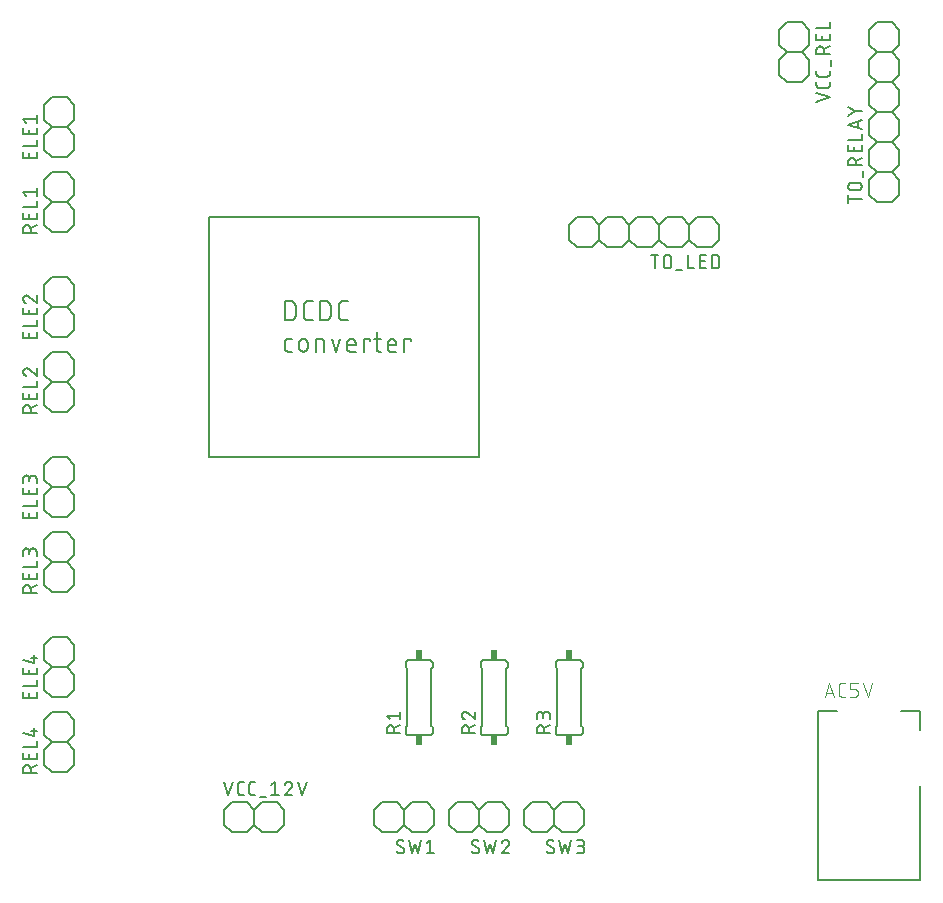
<source format=gbr>
G04 EAGLE Gerber X2 export*
%TF.Part,Single*%
%TF.FileFunction,Legend,Top,1*%
%TF.FilePolarity,Positive*%
%TF.GenerationSoftware,Autodesk,EAGLE,9.1.0*%
%TF.CreationDate,2019-04-29T08:05:55Z*%
G75*
%MOMM*%
%FSLAX34Y34*%
%LPD*%
%AMOC8*
5,1,8,0,0,1.08239X$1,22.5*%
G01*
%ADD10C,0.203200*%
%ADD11C,0.101600*%
%ADD12C,0.127000*%
%ADD13C,0.152400*%
%ADD14R,0.609600X0.863600*%


D10*
X693600Y-2400D02*
X779600Y-2400D01*
X693600Y-2400D02*
X693600Y140600D01*
X709600Y140600D01*
X763600Y140600D02*
X779600Y140600D01*
X779600Y77100D02*
X779600Y-2400D01*
X779600Y124600D02*
X779600Y140600D01*
D11*
X702903Y164592D02*
X699008Y152908D01*
X706797Y152908D02*
X702903Y164592D01*
X705824Y155829D02*
X699982Y155829D01*
X713650Y152908D02*
X716247Y152908D01*
X713650Y152908D02*
X713551Y152910D01*
X713451Y152916D01*
X713352Y152925D01*
X713254Y152938D01*
X713156Y152955D01*
X713058Y152976D01*
X712962Y153001D01*
X712867Y153029D01*
X712773Y153061D01*
X712680Y153096D01*
X712588Y153135D01*
X712498Y153178D01*
X712410Y153223D01*
X712323Y153273D01*
X712239Y153325D01*
X712156Y153381D01*
X712076Y153439D01*
X711998Y153501D01*
X711923Y153566D01*
X711850Y153634D01*
X711780Y153704D01*
X711712Y153777D01*
X711647Y153852D01*
X711585Y153930D01*
X711527Y154010D01*
X711471Y154093D01*
X711419Y154177D01*
X711369Y154264D01*
X711324Y154352D01*
X711281Y154442D01*
X711242Y154534D01*
X711207Y154627D01*
X711175Y154721D01*
X711147Y154816D01*
X711122Y154912D01*
X711101Y155010D01*
X711084Y155108D01*
X711071Y155206D01*
X711062Y155305D01*
X711056Y155405D01*
X711054Y155504D01*
X711054Y161996D01*
X711056Y162095D01*
X711062Y162195D01*
X711071Y162294D01*
X711084Y162392D01*
X711101Y162490D01*
X711122Y162588D01*
X711147Y162684D01*
X711175Y162779D01*
X711207Y162873D01*
X711242Y162966D01*
X711281Y163058D01*
X711324Y163148D01*
X711369Y163236D01*
X711419Y163323D01*
X711471Y163407D01*
X711527Y163490D01*
X711585Y163570D01*
X711647Y163648D01*
X711712Y163723D01*
X711780Y163796D01*
X711850Y163866D01*
X711923Y163934D01*
X711998Y163999D01*
X712076Y164061D01*
X712156Y164119D01*
X712239Y164175D01*
X712323Y164227D01*
X712410Y164277D01*
X712498Y164322D01*
X712588Y164365D01*
X712680Y164404D01*
X712772Y164439D01*
X712867Y164471D01*
X712962Y164499D01*
X713058Y164524D01*
X713156Y164545D01*
X713254Y164562D01*
X713352Y164575D01*
X713451Y164584D01*
X713551Y164590D01*
X713650Y164592D01*
X716247Y164592D01*
X720612Y152908D02*
X724507Y152908D01*
X724606Y152910D01*
X724706Y152916D01*
X724805Y152925D01*
X724903Y152938D01*
X725001Y152955D01*
X725099Y152976D01*
X725195Y153001D01*
X725290Y153029D01*
X725384Y153061D01*
X725477Y153096D01*
X725569Y153135D01*
X725659Y153178D01*
X725747Y153223D01*
X725834Y153273D01*
X725918Y153325D01*
X726001Y153381D01*
X726081Y153439D01*
X726159Y153501D01*
X726234Y153566D01*
X726307Y153634D01*
X726377Y153704D01*
X726445Y153777D01*
X726510Y153852D01*
X726572Y153930D01*
X726630Y154010D01*
X726686Y154093D01*
X726738Y154177D01*
X726788Y154264D01*
X726833Y154352D01*
X726876Y154442D01*
X726915Y154534D01*
X726950Y154627D01*
X726982Y154721D01*
X727010Y154816D01*
X727035Y154912D01*
X727056Y155010D01*
X727073Y155108D01*
X727086Y155206D01*
X727095Y155305D01*
X727101Y155405D01*
X727103Y155504D01*
X727103Y156803D01*
X727101Y156902D01*
X727095Y157002D01*
X727086Y157101D01*
X727073Y157199D01*
X727056Y157297D01*
X727035Y157395D01*
X727010Y157491D01*
X726982Y157586D01*
X726950Y157680D01*
X726915Y157773D01*
X726876Y157865D01*
X726833Y157955D01*
X726788Y158043D01*
X726738Y158130D01*
X726686Y158214D01*
X726630Y158297D01*
X726572Y158377D01*
X726510Y158455D01*
X726445Y158530D01*
X726377Y158603D01*
X726307Y158673D01*
X726234Y158741D01*
X726159Y158806D01*
X726081Y158868D01*
X726001Y158926D01*
X725918Y158982D01*
X725834Y159034D01*
X725747Y159084D01*
X725659Y159129D01*
X725569Y159172D01*
X725477Y159211D01*
X725384Y159246D01*
X725290Y159278D01*
X725195Y159306D01*
X725099Y159331D01*
X725001Y159352D01*
X724903Y159369D01*
X724805Y159382D01*
X724706Y159391D01*
X724606Y159397D01*
X724507Y159399D01*
X720612Y159399D01*
X720612Y164592D01*
X727103Y164592D01*
X731393Y164592D02*
X735288Y152908D01*
X739182Y164592D01*
D12*
X406400Y558800D02*
X177800Y558800D01*
X406400Y558800D02*
X406400Y355600D01*
X177800Y355600D01*
X177800Y558800D01*
D13*
X242062Y488188D02*
X242062Y471932D01*
X242062Y488188D02*
X246578Y488188D01*
X246709Y488186D01*
X246841Y488180D01*
X246972Y488171D01*
X247102Y488157D01*
X247233Y488140D01*
X247362Y488119D01*
X247491Y488095D01*
X247619Y488066D01*
X247747Y488034D01*
X247873Y487998D01*
X247998Y487959D01*
X248123Y487916D01*
X248245Y487869D01*
X248367Y487819D01*
X248487Y487765D01*
X248605Y487708D01*
X248721Y487647D01*
X248836Y487583D01*
X248949Y487516D01*
X249060Y487445D01*
X249168Y487371D01*
X249275Y487294D01*
X249379Y487214D01*
X249481Y487131D01*
X249580Y487046D01*
X249677Y486957D01*
X249771Y486865D01*
X249863Y486771D01*
X249952Y486674D01*
X250037Y486575D01*
X250120Y486473D01*
X250200Y486369D01*
X250277Y486262D01*
X250351Y486154D01*
X250422Y486043D01*
X250489Y485930D01*
X250553Y485815D01*
X250614Y485699D01*
X250671Y485581D01*
X250725Y485461D01*
X250775Y485339D01*
X250822Y485217D01*
X250865Y485092D01*
X250904Y484967D01*
X250940Y484841D01*
X250972Y484713D01*
X251001Y484585D01*
X251025Y484456D01*
X251046Y484327D01*
X251063Y484196D01*
X251077Y484066D01*
X251086Y483935D01*
X251092Y483803D01*
X251094Y483672D01*
X251093Y483672D02*
X251093Y476448D01*
X251094Y476448D02*
X251092Y476317D01*
X251086Y476185D01*
X251077Y476054D01*
X251063Y475924D01*
X251046Y475793D01*
X251025Y475664D01*
X251001Y475535D01*
X250972Y475407D01*
X250940Y475279D01*
X250904Y475153D01*
X250865Y475028D01*
X250822Y474903D01*
X250775Y474781D01*
X250725Y474659D01*
X250671Y474539D01*
X250614Y474421D01*
X250553Y474305D01*
X250489Y474190D01*
X250422Y474077D01*
X250351Y473966D01*
X250277Y473858D01*
X250200Y473751D01*
X250120Y473647D01*
X250037Y473545D01*
X249952Y473446D01*
X249863Y473349D01*
X249771Y473255D01*
X249677Y473163D01*
X249580Y473074D01*
X249481Y472989D01*
X249379Y472906D01*
X249275Y472826D01*
X249168Y472749D01*
X249060Y472675D01*
X248949Y472604D01*
X248836Y472537D01*
X248721Y472473D01*
X248605Y472412D01*
X248487Y472355D01*
X248367Y472301D01*
X248245Y472251D01*
X248123Y472204D01*
X247998Y472161D01*
X247873Y472122D01*
X247747Y472086D01*
X247619Y472054D01*
X247491Y472025D01*
X247362Y472001D01*
X247232Y471980D01*
X247102Y471963D01*
X246972Y471949D01*
X246841Y471940D01*
X246709Y471934D01*
X246578Y471932D01*
X242062Y471932D01*
X261787Y471932D02*
X265400Y471932D01*
X261787Y471932D02*
X261669Y471934D01*
X261551Y471940D01*
X261433Y471949D01*
X261316Y471963D01*
X261199Y471980D01*
X261082Y472001D01*
X260967Y472026D01*
X260852Y472055D01*
X260738Y472088D01*
X260626Y472124D01*
X260515Y472164D01*
X260405Y472207D01*
X260296Y472254D01*
X260189Y472304D01*
X260084Y472359D01*
X259981Y472416D01*
X259880Y472477D01*
X259780Y472541D01*
X259683Y472608D01*
X259588Y472678D01*
X259496Y472752D01*
X259405Y472828D01*
X259318Y472908D01*
X259233Y472990D01*
X259151Y473075D01*
X259071Y473162D01*
X258995Y473253D01*
X258921Y473345D01*
X258851Y473440D01*
X258784Y473537D01*
X258720Y473637D01*
X258659Y473738D01*
X258602Y473841D01*
X258547Y473946D01*
X258497Y474053D01*
X258450Y474162D01*
X258407Y474272D01*
X258367Y474383D01*
X258331Y474495D01*
X258298Y474609D01*
X258269Y474724D01*
X258244Y474839D01*
X258223Y474956D01*
X258206Y475073D01*
X258192Y475190D01*
X258183Y475308D01*
X258177Y475426D01*
X258175Y475544D01*
X258175Y484576D01*
X258177Y484694D01*
X258183Y484812D01*
X258192Y484930D01*
X258206Y485047D01*
X258223Y485164D01*
X258244Y485281D01*
X258269Y485396D01*
X258298Y485511D01*
X258331Y485625D01*
X258367Y485737D01*
X258407Y485848D01*
X258450Y485958D01*
X258497Y486067D01*
X258547Y486174D01*
X258601Y486279D01*
X258659Y486382D01*
X258720Y486483D01*
X258784Y486583D01*
X258851Y486680D01*
X258921Y486775D01*
X258995Y486867D01*
X259071Y486958D01*
X259151Y487045D01*
X259233Y487130D01*
X259318Y487212D01*
X259405Y487292D01*
X259496Y487368D01*
X259588Y487442D01*
X259683Y487512D01*
X259780Y487579D01*
X259880Y487643D01*
X259981Y487704D01*
X260084Y487761D01*
X260189Y487815D01*
X260296Y487866D01*
X260405Y487913D01*
X260515Y487956D01*
X260626Y487996D01*
X260738Y488032D01*
X260852Y488065D01*
X260967Y488094D01*
X261082Y488119D01*
X261199Y488140D01*
X261316Y488157D01*
X261433Y488171D01*
X261551Y488180D01*
X261669Y488186D01*
X261787Y488188D01*
X265400Y488188D01*
X271761Y488188D02*
X271761Y471932D01*
X271761Y488188D02*
X276277Y488188D01*
X276408Y488186D01*
X276540Y488180D01*
X276671Y488171D01*
X276801Y488157D01*
X276932Y488140D01*
X277061Y488119D01*
X277190Y488095D01*
X277318Y488066D01*
X277446Y488034D01*
X277572Y487998D01*
X277697Y487959D01*
X277822Y487916D01*
X277944Y487869D01*
X278066Y487819D01*
X278186Y487765D01*
X278304Y487708D01*
X278420Y487647D01*
X278535Y487583D01*
X278648Y487516D01*
X278759Y487445D01*
X278867Y487371D01*
X278974Y487294D01*
X279078Y487214D01*
X279180Y487131D01*
X279279Y487046D01*
X279376Y486957D01*
X279470Y486865D01*
X279562Y486771D01*
X279651Y486674D01*
X279736Y486575D01*
X279819Y486473D01*
X279899Y486369D01*
X279976Y486262D01*
X280050Y486154D01*
X280121Y486043D01*
X280188Y485930D01*
X280252Y485815D01*
X280313Y485699D01*
X280370Y485581D01*
X280424Y485461D01*
X280474Y485339D01*
X280521Y485217D01*
X280564Y485092D01*
X280603Y484967D01*
X280639Y484841D01*
X280671Y484713D01*
X280700Y484585D01*
X280724Y484456D01*
X280745Y484327D01*
X280762Y484196D01*
X280776Y484066D01*
X280785Y483935D01*
X280791Y483803D01*
X280793Y483672D01*
X280792Y483672D02*
X280792Y476448D01*
X280793Y476448D02*
X280791Y476317D01*
X280785Y476185D01*
X280776Y476054D01*
X280762Y475924D01*
X280745Y475793D01*
X280724Y475664D01*
X280700Y475535D01*
X280671Y475407D01*
X280639Y475279D01*
X280603Y475153D01*
X280564Y475028D01*
X280521Y474903D01*
X280474Y474781D01*
X280424Y474659D01*
X280370Y474539D01*
X280313Y474421D01*
X280252Y474305D01*
X280188Y474190D01*
X280121Y474077D01*
X280050Y473966D01*
X279976Y473858D01*
X279899Y473751D01*
X279819Y473647D01*
X279736Y473545D01*
X279651Y473446D01*
X279562Y473349D01*
X279470Y473255D01*
X279376Y473163D01*
X279279Y473074D01*
X279180Y472989D01*
X279078Y472906D01*
X278974Y472826D01*
X278867Y472749D01*
X278759Y472675D01*
X278648Y472604D01*
X278535Y472537D01*
X278420Y472473D01*
X278304Y472412D01*
X278186Y472355D01*
X278066Y472301D01*
X277944Y472251D01*
X277822Y472204D01*
X277697Y472161D01*
X277572Y472122D01*
X277446Y472086D01*
X277318Y472054D01*
X277190Y472025D01*
X277061Y472001D01*
X276931Y471980D01*
X276801Y471963D01*
X276671Y471949D01*
X276540Y471940D01*
X276408Y471934D01*
X276277Y471932D01*
X271761Y471932D01*
X291487Y471932D02*
X295099Y471932D01*
X291487Y471932D02*
X291369Y471934D01*
X291251Y471940D01*
X291133Y471949D01*
X291016Y471963D01*
X290899Y471980D01*
X290782Y472001D01*
X290667Y472026D01*
X290552Y472055D01*
X290438Y472088D01*
X290326Y472124D01*
X290215Y472164D01*
X290105Y472207D01*
X289996Y472254D01*
X289889Y472304D01*
X289784Y472359D01*
X289681Y472416D01*
X289580Y472477D01*
X289480Y472541D01*
X289383Y472608D01*
X289288Y472678D01*
X289196Y472752D01*
X289105Y472828D01*
X289018Y472908D01*
X288933Y472990D01*
X288851Y473075D01*
X288771Y473162D01*
X288695Y473253D01*
X288621Y473345D01*
X288551Y473440D01*
X288484Y473537D01*
X288420Y473637D01*
X288359Y473738D01*
X288302Y473841D01*
X288247Y473946D01*
X288197Y474053D01*
X288150Y474162D01*
X288107Y474272D01*
X288067Y474383D01*
X288031Y474495D01*
X287998Y474609D01*
X287969Y474724D01*
X287944Y474839D01*
X287923Y474956D01*
X287906Y475073D01*
X287892Y475190D01*
X287883Y475308D01*
X287877Y475426D01*
X287875Y475544D01*
X287874Y475544D02*
X287874Y484576D01*
X287875Y484576D02*
X287877Y484694D01*
X287883Y484812D01*
X287892Y484930D01*
X287906Y485047D01*
X287923Y485164D01*
X287944Y485281D01*
X287969Y485396D01*
X287998Y485511D01*
X288031Y485625D01*
X288067Y485737D01*
X288107Y485848D01*
X288150Y485958D01*
X288197Y486067D01*
X288247Y486174D01*
X288301Y486279D01*
X288359Y486382D01*
X288420Y486483D01*
X288484Y486583D01*
X288551Y486680D01*
X288621Y486775D01*
X288695Y486867D01*
X288771Y486958D01*
X288851Y487045D01*
X288933Y487130D01*
X289018Y487212D01*
X289105Y487292D01*
X289196Y487368D01*
X289288Y487442D01*
X289383Y487512D01*
X289480Y487579D01*
X289580Y487643D01*
X289681Y487704D01*
X289784Y487761D01*
X289889Y487815D01*
X289996Y487866D01*
X290105Y487913D01*
X290215Y487956D01*
X290326Y487996D01*
X290438Y488032D01*
X290552Y488065D01*
X290667Y488094D01*
X290782Y488119D01*
X290899Y488140D01*
X291016Y488157D01*
X291133Y488171D01*
X291251Y488180D01*
X291369Y488186D01*
X291487Y488188D01*
X295099Y488188D01*
X248384Y445262D02*
X244771Y445262D01*
X244670Y445264D01*
X244569Y445270D01*
X244468Y445279D01*
X244367Y445292D01*
X244267Y445309D01*
X244168Y445330D01*
X244070Y445354D01*
X243973Y445382D01*
X243876Y445414D01*
X243781Y445449D01*
X243688Y445488D01*
X243596Y445530D01*
X243505Y445576D01*
X243417Y445625D01*
X243330Y445677D01*
X243245Y445733D01*
X243162Y445791D01*
X243082Y445853D01*
X243004Y445918D01*
X242928Y445985D01*
X242855Y446055D01*
X242785Y446128D01*
X242718Y446204D01*
X242653Y446282D01*
X242591Y446362D01*
X242533Y446445D01*
X242477Y446530D01*
X242425Y446617D01*
X242376Y446705D01*
X242330Y446796D01*
X242288Y446888D01*
X242249Y446981D01*
X242214Y447076D01*
X242182Y447173D01*
X242154Y447270D01*
X242130Y447368D01*
X242109Y447467D01*
X242092Y447567D01*
X242079Y447668D01*
X242070Y447769D01*
X242064Y447870D01*
X242062Y447971D01*
X242062Y453390D01*
X242064Y453491D01*
X242070Y453592D01*
X242079Y453693D01*
X242092Y453794D01*
X242109Y453894D01*
X242130Y453993D01*
X242154Y454091D01*
X242182Y454188D01*
X242214Y454285D01*
X242249Y454380D01*
X242288Y454473D01*
X242330Y454565D01*
X242376Y454656D01*
X242425Y454745D01*
X242477Y454831D01*
X242533Y454916D01*
X242591Y454999D01*
X242653Y455079D01*
X242718Y455157D01*
X242785Y455233D01*
X242855Y455306D01*
X242928Y455376D01*
X243004Y455443D01*
X243082Y455508D01*
X243162Y455570D01*
X243245Y455628D01*
X243330Y455684D01*
X243417Y455736D01*
X243505Y455785D01*
X243596Y455831D01*
X243688Y455873D01*
X243781Y455912D01*
X243876Y455947D01*
X243973Y455979D01*
X244070Y456007D01*
X244168Y456031D01*
X244267Y456052D01*
X244367Y456069D01*
X244468Y456082D01*
X244569Y456091D01*
X244670Y456097D01*
X244771Y456099D01*
X248384Y456099D01*
X254028Y452487D02*
X254028Y448874D01*
X254029Y452487D02*
X254031Y452606D01*
X254037Y452726D01*
X254047Y452845D01*
X254061Y452963D01*
X254078Y453082D01*
X254100Y453199D01*
X254125Y453316D01*
X254155Y453431D01*
X254188Y453546D01*
X254225Y453660D01*
X254265Y453772D01*
X254310Y453883D01*
X254358Y453992D01*
X254409Y454100D01*
X254464Y454206D01*
X254523Y454310D01*
X254585Y454412D01*
X254650Y454512D01*
X254719Y454610D01*
X254791Y454706D01*
X254866Y454799D01*
X254943Y454889D01*
X255024Y454977D01*
X255108Y455062D01*
X255195Y455144D01*
X255284Y455224D01*
X255376Y455300D01*
X255470Y455374D01*
X255567Y455444D01*
X255665Y455511D01*
X255766Y455575D01*
X255870Y455635D01*
X255975Y455692D01*
X256082Y455745D01*
X256190Y455795D01*
X256300Y455841D01*
X256412Y455883D01*
X256525Y455922D01*
X256639Y455957D01*
X256754Y455988D01*
X256871Y456016D01*
X256988Y456039D01*
X257105Y456059D01*
X257224Y456075D01*
X257343Y456087D01*
X257462Y456095D01*
X257581Y456099D01*
X257701Y456099D01*
X257820Y456095D01*
X257939Y456087D01*
X258058Y456075D01*
X258177Y456059D01*
X258294Y456039D01*
X258411Y456016D01*
X258528Y455988D01*
X258643Y455957D01*
X258757Y455922D01*
X258870Y455883D01*
X258982Y455841D01*
X259092Y455795D01*
X259200Y455745D01*
X259307Y455692D01*
X259412Y455635D01*
X259516Y455575D01*
X259617Y455511D01*
X259715Y455444D01*
X259812Y455374D01*
X259906Y455300D01*
X259998Y455224D01*
X260087Y455144D01*
X260174Y455062D01*
X260258Y454977D01*
X260339Y454889D01*
X260416Y454799D01*
X260491Y454706D01*
X260563Y454610D01*
X260632Y454512D01*
X260697Y454412D01*
X260759Y454310D01*
X260818Y454206D01*
X260873Y454100D01*
X260924Y453992D01*
X260972Y453883D01*
X261017Y453772D01*
X261057Y453660D01*
X261094Y453546D01*
X261127Y453431D01*
X261157Y453316D01*
X261182Y453199D01*
X261204Y453082D01*
X261221Y452963D01*
X261235Y452845D01*
X261245Y452726D01*
X261251Y452606D01*
X261253Y452487D01*
X261253Y448874D01*
X261251Y448755D01*
X261245Y448635D01*
X261235Y448516D01*
X261221Y448398D01*
X261204Y448279D01*
X261182Y448162D01*
X261157Y448045D01*
X261127Y447930D01*
X261094Y447815D01*
X261057Y447701D01*
X261017Y447589D01*
X260972Y447478D01*
X260924Y447369D01*
X260873Y447261D01*
X260818Y447155D01*
X260759Y447051D01*
X260697Y446949D01*
X260632Y446849D01*
X260563Y446751D01*
X260491Y446655D01*
X260416Y446562D01*
X260339Y446472D01*
X260258Y446384D01*
X260174Y446299D01*
X260087Y446217D01*
X259998Y446137D01*
X259906Y446061D01*
X259812Y445987D01*
X259715Y445917D01*
X259617Y445850D01*
X259516Y445786D01*
X259412Y445726D01*
X259307Y445669D01*
X259200Y445616D01*
X259092Y445566D01*
X258982Y445520D01*
X258870Y445478D01*
X258757Y445439D01*
X258643Y445404D01*
X258528Y445373D01*
X258411Y445345D01*
X258294Y445322D01*
X258177Y445302D01*
X258058Y445286D01*
X257939Y445274D01*
X257820Y445266D01*
X257701Y445262D01*
X257581Y445262D01*
X257462Y445266D01*
X257343Y445274D01*
X257224Y445286D01*
X257105Y445302D01*
X256988Y445322D01*
X256871Y445345D01*
X256754Y445373D01*
X256639Y445404D01*
X256525Y445439D01*
X256412Y445478D01*
X256300Y445520D01*
X256190Y445566D01*
X256082Y445616D01*
X255975Y445669D01*
X255870Y445726D01*
X255766Y445786D01*
X255665Y445850D01*
X255567Y445917D01*
X255470Y445987D01*
X255376Y446061D01*
X255284Y446137D01*
X255195Y446217D01*
X255108Y446299D01*
X255024Y446384D01*
X254943Y446472D01*
X254866Y446562D01*
X254791Y446655D01*
X254719Y446751D01*
X254650Y446849D01*
X254585Y446949D01*
X254523Y447051D01*
X254464Y447155D01*
X254409Y447261D01*
X254358Y447369D01*
X254310Y447478D01*
X254265Y447589D01*
X254225Y447701D01*
X254188Y447815D01*
X254155Y447930D01*
X254125Y448045D01*
X254100Y448162D01*
X254078Y448279D01*
X254061Y448398D01*
X254047Y448516D01*
X254037Y448635D01*
X254031Y448755D01*
X254029Y448874D01*
X268096Y445262D02*
X268096Y456099D01*
X272612Y456099D01*
X272716Y456097D01*
X272819Y456091D01*
X272923Y456081D01*
X273026Y456067D01*
X273128Y456049D01*
X273229Y456028D01*
X273330Y456002D01*
X273429Y455973D01*
X273528Y455940D01*
X273625Y455903D01*
X273720Y455862D01*
X273814Y455818D01*
X273906Y455770D01*
X273996Y455719D01*
X274085Y455664D01*
X274171Y455606D01*
X274254Y455544D01*
X274336Y455480D01*
X274414Y455412D01*
X274490Y455342D01*
X274564Y455269D01*
X274634Y455192D01*
X274702Y455114D01*
X274766Y455032D01*
X274828Y454949D01*
X274886Y454863D01*
X274941Y454774D01*
X274992Y454684D01*
X275040Y454592D01*
X275084Y454498D01*
X275125Y454403D01*
X275162Y454306D01*
X275195Y454207D01*
X275224Y454108D01*
X275250Y454007D01*
X275271Y453906D01*
X275289Y453804D01*
X275303Y453701D01*
X275313Y453597D01*
X275319Y453494D01*
X275321Y453390D01*
X275321Y445262D01*
X285256Y445262D02*
X281644Y456099D01*
X288868Y456099D02*
X285256Y445262D01*
X297379Y445262D02*
X301894Y445262D01*
X297379Y445262D02*
X297278Y445264D01*
X297177Y445270D01*
X297076Y445279D01*
X296975Y445292D01*
X296875Y445309D01*
X296776Y445330D01*
X296678Y445354D01*
X296581Y445382D01*
X296484Y445414D01*
X296389Y445449D01*
X296296Y445488D01*
X296204Y445530D01*
X296113Y445576D01*
X296025Y445625D01*
X295938Y445677D01*
X295853Y445733D01*
X295770Y445791D01*
X295690Y445853D01*
X295612Y445918D01*
X295536Y445985D01*
X295463Y446055D01*
X295393Y446128D01*
X295326Y446204D01*
X295261Y446282D01*
X295199Y446362D01*
X295141Y446445D01*
X295085Y446530D01*
X295033Y446617D01*
X294984Y446705D01*
X294938Y446796D01*
X294896Y446888D01*
X294857Y446981D01*
X294822Y447076D01*
X294790Y447173D01*
X294762Y447270D01*
X294738Y447368D01*
X294717Y447467D01*
X294700Y447567D01*
X294687Y447668D01*
X294678Y447769D01*
X294672Y447870D01*
X294670Y447971D01*
X294670Y452487D01*
X294672Y452606D01*
X294678Y452726D01*
X294688Y452845D01*
X294702Y452963D01*
X294719Y453082D01*
X294741Y453199D01*
X294766Y453316D01*
X294796Y453431D01*
X294829Y453546D01*
X294866Y453660D01*
X294906Y453772D01*
X294951Y453883D01*
X294999Y453992D01*
X295050Y454100D01*
X295105Y454206D01*
X295164Y454310D01*
X295226Y454412D01*
X295291Y454512D01*
X295360Y454610D01*
X295432Y454706D01*
X295507Y454799D01*
X295584Y454889D01*
X295665Y454977D01*
X295749Y455062D01*
X295836Y455144D01*
X295925Y455224D01*
X296017Y455300D01*
X296111Y455374D01*
X296208Y455444D01*
X296306Y455511D01*
X296407Y455575D01*
X296511Y455635D01*
X296616Y455692D01*
X296723Y455745D01*
X296831Y455795D01*
X296941Y455841D01*
X297053Y455883D01*
X297166Y455922D01*
X297280Y455957D01*
X297395Y455988D01*
X297512Y456016D01*
X297629Y456039D01*
X297746Y456059D01*
X297865Y456075D01*
X297984Y456087D01*
X298103Y456095D01*
X298222Y456099D01*
X298342Y456099D01*
X298461Y456095D01*
X298580Y456087D01*
X298699Y456075D01*
X298818Y456059D01*
X298935Y456039D01*
X299052Y456016D01*
X299169Y455988D01*
X299284Y455957D01*
X299398Y455922D01*
X299511Y455883D01*
X299623Y455841D01*
X299733Y455795D01*
X299841Y455745D01*
X299948Y455692D01*
X300053Y455635D01*
X300157Y455575D01*
X300258Y455511D01*
X300356Y455444D01*
X300453Y455374D01*
X300547Y455300D01*
X300639Y455224D01*
X300728Y455144D01*
X300815Y455062D01*
X300899Y454977D01*
X300980Y454889D01*
X301057Y454799D01*
X301132Y454706D01*
X301204Y454610D01*
X301273Y454512D01*
X301338Y454412D01*
X301400Y454310D01*
X301459Y454206D01*
X301514Y454100D01*
X301565Y453992D01*
X301613Y453883D01*
X301658Y453772D01*
X301698Y453660D01*
X301735Y453546D01*
X301768Y453431D01*
X301798Y453316D01*
X301823Y453199D01*
X301845Y453082D01*
X301862Y452963D01*
X301876Y452845D01*
X301886Y452726D01*
X301892Y452606D01*
X301894Y452487D01*
X301894Y450681D01*
X294670Y450681D01*
X308822Y456099D02*
X308822Y445262D01*
X308822Y456099D02*
X314241Y456099D01*
X314241Y454293D01*
X317861Y456099D02*
X323280Y456099D01*
X319667Y461518D02*
X319667Y447971D01*
X319668Y447971D02*
X319670Y447870D01*
X319676Y447769D01*
X319685Y447668D01*
X319698Y447567D01*
X319715Y447467D01*
X319736Y447368D01*
X319760Y447270D01*
X319788Y447173D01*
X319820Y447076D01*
X319855Y446981D01*
X319894Y446888D01*
X319936Y446796D01*
X319982Y446705D01*
X320031Y446617D01*
X320083Y446530D01*
X320139Y446445D01*
X320197Y446362D01*
X320259Y446282D01*
X320324Y446204D01*
X320391Y446128D01*
X320461Y446055D01*
X320534Y445985D01*
X320610Y445918D01*
X320688Y445853D01*
X320768Y445791D01*
X320851Y445733D01*
X320936Y445677D01*
X321023Y445625D01*
X321111Y445576D01*
X321202Y445530D01*
X321294Y445488D01*
X321387Y445449D01*
X321482Y445414D01*
X321579Y445382D01*
X321676Y445354D01*
X321774Y445330D01*
X321873Y445309D01*
X321973Y445292D01*
X322074Y445279D01*
X322175Y445270D01*
X322276Y445264D01*
X322377Y445262D01*
X323280Y445262D01*
X331767Y445262D02*
X336283Y445262D01*
X331767Y445262D02*
X331666Y445264D01*
X331565Y445270D01*
X331464Y445279D01*
X331363Y445292D01*
X331263Y445309D01*
X331164Y445330D01*
X331066Y445354D01*
X330969Y445382D01*
X330872Y445414D01*
X330777Y445449D01*
X330684Y445488D01*
X330592Y445530D01*
X330501Y445576D01*
X330413Y445625D01*
X330326Y445677D01*
X330241Y445733D01*
X330158Y445791D01*
X330078Y445853D01*
X330000Y445918D01*
X329924Y445985D01*
X329851Y446055D01*
X329781Y446128D01*
X329714Y446204D01*
X329649Y446282D01*
X329587Y446362D01*
X329529Y446445D01*
X329473Y446530D01*
X329421Y446617D01*
X329372Y446705D01*
X329326Y446796D01*
X329284Y446888D01*
X329245Y446981D01*
X329210Y447076D01*
X329178Y447173D01*
X329150Y447270D01*
X329126Y447368D01*
X329105Y447467D01*
X329088Y447567D01*
X329075Y447668D01*
X329066Y447769D01*
X329060Y447870D01*
X329058Y447971D01*
X329058Y452487D01*
X329059Y452487D02*
X329061Y452606D01*
X329067Y452726D01*
X329077Y452845D01*
X329091Y452963D01*
X329108Y453082D01*
X329130Y453199D01*
X329155Y453316D01*
X329185Y453431D01*
X329218Y453546D01*
X329255Y453660D01*
X329295Y453772D01*
X329340Y453883D01*
X329388Y453992D01*
X329439Y454100D01*
X329494Y454206D01*
X329553Y454310D01*
X329615Y454412D01*
X329680Y454512D01*
X329749Y454610D01*
X329821Y454706D01*
X329896Y454799D01*
X329973Y454889D01*
X330054Y454977D01*
X330138Y455062D01*
X330225Y455144D01*
X330314Y455224D01*
X330406Y455300D01*
X330500Y455374D01*
X330597Y455444D01*
X330695Y455511D01*
X330796Y455575D01*
X330900Y455635D01*
X331005Y455692D01*
X331112Y455745D01*
X331220Y455795D01*
X331330Y455841D01*
X331442Y455883D01*
X331555Y455922D01*
X331669Y455957D01*
X331784Y455988D01*
X331901Y456016D01*
X332018Y456039D01*
X332135Y456059D01*
X332254Y456075D01*
X332373Y456087D01*
X332492Y456095D01*
X332611Y456099D01*
X332731Y456099D01*
X332850Y456095D01*
X332969Y456087D01*
X333088Y456075D01*
X333207Y456059D01*
X333324Y456039D01*
X333441Y456016D01*
X333558Y455988D01*
X333673Y455957D01*
X333787Y455922D01*
X333900Y455883D01*
X334012Y455841D01*
X334122Y455795D01*
X334230Y455745D01*
X334337Y455692D01*
X334442Y455635D01*
X334546Y455575D01*
X334647Y455511D01*
X334745Y455444D01*
X334842Y455374D01*
X334936Y455300D01*
X335028Y455224D01*
X335117Y455144D01*
X335204Y455062D01*
X335288Y454977D01*
X335369Y454889D01*
X335446Y454799D01*
X335521Y454706D01*
X335593Y454610D01*
X335662Y454512D01*
X335727Y454412D01*
X335789Y454310D01*
X335848Y454206D01*
X335903Y454100D01*
X335954Y453992D01*
X336002Y453883D01*
X336047Y453772D01*
X336087Y453660D01*
X336124Y453546D01*
X336157Y453431D01*
X336187Y453316D01*
X336212Y453199D01*
X336234Y453082D01*
X336251Y452963D01*
X336265Y452845D01*
X336275Y452726D01*
X336281Y452606D01*
X336283Y452487D01*
X336283Y450681D01*
X329058Y450681D01*
X343211Y445262D02*
X343211Y456099D01*
X348630Y456099D01*
X348630Y454293D01*
X38100Y615950D02*
X38100Y628650D01*
X44450Y635000D01*
X57150Y635000D01*
X63500Y628650D01*
X57150Y609600D02*
X44450Y609600D01*
X38100Y615950D01*
X57150Y609600D02*
X63500Y615950D01*
X63500Y628650D01*
X44450Y635000D02*
X38100Y641350D01*
X38100Y654050D01*
X44450Y660400D01*
X57150Y660400D01*
X63500Y654050D01*
X63500Y641350D01*
X57150Y635000D01*
D12*
X31877Y614553D02*
X31877Y609473D01*
X20447Y609473D01*
X20447Y614553D01*
X25527Y613283D02*
X25527Y609473D01*
X20447Y619379D02*
X31877Y619379D01*
X31877Y624459D01*
X31877Y629285D02*
X31877Y634365D01*
X31877Y629285D02*
X20447Y629285D01*
X20447Y634365D01*
X25527Y633095D02*
X25527Y629285D01*
X22987Y638785D02*
X20447Y641960D01*
X31877Y641960D01*
X31877Y638785D02*
X31877Y645135D01*
D13*
X38100Y476250D02*
X38100Y463550D01*
X38100Y476250D02*
X44450Y482600D01*
X57150Y482600D01*
X63500Y476250D01*
X57150Y457200D02*
X44450Y457200D01*
X38100Y463550D01*
X57150Y457200D02*
X63500Y463550D01*
X63500Y476250D01*
X44450Y482600D02*
X38100Y488950D01*
X38100Y501650D01*
X44450Y508000D01*
X57150Y508000D01*
X63500Y501650D01*
X63500Y488950D01*
X57150Y482600D01*
D12*
X31877Y462153D02*
X31877Y457073D01*
X20447Y457073D01*
X20447Y462153D01*
X25527Y460883D02*
X25527Y457073D01*
X20447Y466979D02*
X31877Y466979D01*
X31877Y472059D01*
X31877Y476885D02*
X31877Y481965D01*
X31877Y476885D02*
X20447Y476885D01*
X20447Y481965D01*
X25527Y480695D02*
X25527Y476885D01*
X20447Y489877D02*
X20449Y489981D01*
X20455Y490086D01*
X20464Y490190D01*
X20477Y490293D01*
X20495Y490396D01*
X20515Y490498D01*
X20540Y490600D01*
X20568Y490700D01*
X20600Y490800D01*
X20636Y490898D01*
X20675Y490995D01*
X20717Y491090D01*
X20763Y491184D01*
X20813Y491276D01*
X20865Y491366D01*
X20921Y491454D01*
X20981Y491540D01*
X21043Y491624D01*
X21108Y491705D01*
X21176Y491784D01*
X21248Y491861D01*
X21321Y491934D01*
X21398Y492006D01*
X21477Y492074D01*
X21558Y492139D01*
X21642Y492201D01*
X21728Y492261D01*
X21816Y492317D01*
X21906Y492369D01*
X21998Y492419D01*
X22092Y492465D01*
X22187Y492507D01*
X22284Y492546D01*
X22382Y492582D01*
X22482Y492614D01*
X22582Y492642D01*
X22684Y492667D01*
X22786Y492687D01*
X22889Y492705D01*
X22992Y492718D01*
X23096Y492727D01*
X23201Y492733D01*
X23305Y492735D01*
X20447Y489877D02*
X20449Y489759D01*
X20455Y489640D01*
X20464Y489522D01*
X20477Y489405D01*
X20495Y489288D01*
X20515Y489171D01*
X20540Y489055D01*
X20568Y488940D01*
X20601Y488827D01*
X20636Y488714D01*
X20676Y488602D01*
X20718Y488492D01*
X20765Y488383D01*
X20815Y488275D01*
X20868Y488170D01*
X20925Y488066D01*
X20985Y487964D01*
X21048Y487864D01*
X21115Y487766D01*
X21184Y487670D01*
X21257Y487577D01*
X21333Y487486D01*
X21411Y487397D01*
X21493Y487311D01*
X21577Y487228D01*
X21663Y487147D01*
X21753Y487070D01*
X21844Y486995D01*
X21938Y486923D01*
X22035Y486854D01*
X22133Y486789D01*
X22234Y486726D01*
X22337Y486667D01*
X22441Y486611D01*
X22547Y486559D01*
X22655Y486510D01*
X22764Y486465D01*
X22875Y486423D01*
X22987Y486385D01*
X25527Y491782D02*
X25452Y491858D01*
X25373Y491933D01*
X25292Y492004D01*
X25208Y492073D01*
X25122Y492138D01*
X25034Y492200D01*
X24944Y492260D01*
X24852Y492316D01*
X24757Y492369D01*
X24661Y492418D01*
X24563Y492464D01*
X24464Y492507D01*
X24363Y492546D01*
X24261Y492581D01*
X24158Y492613D01*
X24054Y492641D01*
X23949Y492666D01*
X23842Y492687D01*
X23736Y492704D01*
X23629Y492717D01*
X23521Y492726D01*
X23413Y492732D01*
X23305Y492734D01*
X25527Y491782D02*
X31877Y486385D01*
X31877Y492735D01*
D13*
X38100Y323850D02*
X38100Y311150D01*
X38100Y323850D02*
X44450Y330200D01*
X57150Y330200D01*
X63500Y323850D01*
X57150Y304800D02*
X44450Y304800D01*
X38100Y311150D01*
X57150Y304800D02*
X63500Y311150D01*
X63500Y323850D01*
X44450Y330200D02*
X38100Y336550D01*
X38100Y349250D01*
X44450Y355600D01*
X57150Y355600D01*
X63500Y349250D01*
X63500Y336550D01*
X57150Y330200D01*
D12*
X31877Y309753D02*
X31877Y304673D01*
X20447Y304673D01*
X20447Y309753D01*
X25527Y308483D02*
X25527Y304673D01*
X20447Y314579D02*
X31877Y314579D01*
X31877Y319659D01*
X31877Y324485D02*
X31877Y329565D01*
X31877Y324485D02*
X20447Y324485D01*
X20447Y329565D01*
X25527Y328295D02*
X25527Y324485D01*
X31877Y333985D02*
X31877Y337160D01*
X31875Y337271D01*
X31869Y337381D01*
X31860Y337492D01*
X31846Y337602D01*
X31829Y337711D01*
X31808Y337820D01*
X31783Y337928D01*
X31754Y338035D01*
X31722Y338141D01*
X31686Y338246D01*
X31646Y338349D01*
X31603Y338451D01*
X31556Y338552D01*
X31505Y338651D01*
X31452Y338748D01*
X31395Y338842D01*
X31334Y338935D01*
X31271Y339026D01*
X31204Y339115D01*
X31134Y339201D01*
X31061Y339284D01*
X30986Y339366D01*
X30908Y339444D01*
X30826Y339519D01*
X30743Y339592D01*
X30657Y339662D01*
X30568Y339729D01*
X30477Y339792D01*
X30384Y339853D01*
X30290Y339910D01*
X30193Y339963D01*
X30094Y340014D01*
X29993Y340061D01*
X29891Y340104D01*
X29788Y340144D01*
X29683Y340180D01*
X29577Y340212D01*
X29470Y340241D01*
X29362Y340266D01*
X29253Y340287D01*
X29144Y340304D01*
X29034Y340318D01*
X28923Y340327D01*
X28813Y340333D01*
X28702Y340335D01*
X28591Y340333D01*
X28481Y340327D01*
X28370Y340318D01*
X28260Y340304D01*
X28151Y340287D01*
X28042Y340266D01*
X27934Y340241D01*
X27827Y340212D01*
X27721Y340180D01*
X27616Y340144D01*
X27513Y340104D01*
X27411Y340061D01*
X27310Y340014D01*
X27211Y339963D01*
X27114Y339910D01*
X27020Y339853D01*
X26927Y339792D01*
X26836Y339729D01*
X26747Y339662D01*
X26661Y339592D01*
X26578Y339519D01*
X26496Y339444D01*
X26418Y339366D01*
X26343Y339284D01*
X26270Y339201D01*
X26200Y339115D01*
X26133Y339026D01*
X26070Y338935D01*
X26009Y338842D01*
X25952Y338748D01*
X25899Y338651D01*
X25848Y338552D01*
X25801Y338451D01*
X25758Y338349D01*
X25718Y338246D01*
X25682Y338141D01*
X25650Y338035D01*
X25621Y337928D01*
X25596Y337820D01*
X25575Y337711D01*
X25558Y337602D01*
X25544Y337492D01*
X25535Y337381D01*
X25529Y337271D01*
X25527Y337160D01*
X20447Y337795D02*
X20447Y333985D01*
X20447Y337795D02*
X20449Y337895D01*
X20455Y337994D01*
X20465Y338094D01*
X20478Y338192D01*
X20496Y338291D01*
X20517Y338388D01*
X20542Y338484D01*
X20571Y338580D01*
X20604Y338674D01*
X20640Y338767D01*
X20680Y338858D01*
X20724Y338948D01*
X20771Y339036D01*
X20821Y339122D01*
X20875Y339206D01*
X20932Y339288D01*
X20992Y339367D01*
X21056Y339445D01*
X21122Y339519D01*
X21191Y339591D01*
X21263Y339660D01*
X21337Y339726D01*
X21415Y339790D01*
X21494Y339850D01*
X21576Y339907D01*
X21660Y339961D01*
X21746Y340011D01*
X21834Y340058D01*
X21924Y340102D01*
X22015Y340142D01*
X22108Y340178D01*
X22202Y340211D01*
X22298Y340240D01*
X22394Y340265D01*
X22491Y340286D01*
X22590Y340304D01*
X22688Y340317D01*
X22788Y340327D01*
X22887Y340333D01*
X22987Y340335D01*
X23087Y340333D01*
X23186Y340327D01*
X23286Y340317D01*
X23384Y340304D01*
X23483Y340286D01*
X23580Y340265D01*
X23676Y340240D01*
X23772Y340211D01*
X23866Y340178D01*
X23959Y340142D01*
X24050Y340102D01*
X24140Y340058D01*
X24228Y340011D01*
X24314Y339961D01*
X24398Y339907D01*
X24480Y339850D01*
X24559Y339790D01*
X24637Y339726D01*
X24711Y339660D01*
X24783Y339591D01*
X24852Y339519D01*
X24918Y339445D01*
X24982Y339367D01*
X25042Y339288D01*
X25099Y339206D01*
X25153Y339122D01*
X25203Y339036D01*
X25250Y338948D01*
X25294Y338858D01*
X25334Y338767D01*
X25370Y338674D01*
X25403Y338580D01*
X25432Y338484D01*
X25457Y338388D01*
X25478Y338291D01*
X25496Y338192D01*
X25509Y338094D01*
X25519Y337994D01*
X25525Y337895D01*
X25527Y337795D01*
X25527Y335255D01*
D13*
X38100Y171450D02*
X38100Y158750D01*
X38100Y171450D02*
X44450Y177800D01*
X57150Y177800D01*
X63500Y171450D01*
X57150Y152400D02*
X44450Y152400D01*
X38100Y158750D01*
X57150Y152400D02*
X63500Y158750D01*
X63500Y171450D01*
X44450Y177800D02*
X38100Y184150D01*
X38100Y196850D01*
X44450Y203200D01*
X57150Y203200D01*
X63500Y196850D01*
X63500Y184150D01*
X57150Y177800D01*
D12*
X31877Y157353D02*
X31877Y152273D01*
X20447Y152273D01*
X20447Y157353D01*
X25527Y156083D02*
X25527Y152273D01*
X20447Y162179D02*
X31877Y162179D01*
X31877Y167259D01*
X31877Y172085D02*
X31877Y177165D01*
X31877Y172085D02*
X20447Y172085D01*
X20447Y177165D01*
X25527Y175895D02*
X25527Y172085D01*
X29337Y181585D02*
X20447Y184125D01*
X29337Y181585D02*
X29337Y187935D01*
X26797Y186030D02*
X31877Y186030D01*
D13*
X471170Y123190D02*
X471172Y123090D01*
X471178Y122991D01*
X471188Y122891D01*
X471201Y122793D01*
X471219Y122694D01*
X471240Y122597D01*
X471265Y122501D01*
X471294Y122405D01*
X471327Y122311D01*
X471363Y122218D01*
X471403Y122127D01*
X471447Y122037D01*
X471494Y121949D01*
X471544Y121863D01*
X471598Y121779D01*
X471655Y121697D01*
X471715Y121618D01*
X471779Y121540D01*
X471845Y121466D01*
X471914Y121394D01*
X471986Y121325D01*
X472060Y121259D01*
X472138Y121195D01*
X472217Y121135D01*
X472299Y121078D01*
X472383Y121024D01*
X472469Y120974D01*
X472557Y120927D01*
X472647Y120883D01*
X472738Y120843D01*
X472831Y120807D01*
X472925Y120774D01*
X473021Y120745D01*
X473117Y120720D01*
X473214Y120699D01*
X473313Y120681D01*
X473411Y120668D01*
X473511Y120658D01*
X473610Y120652D01*
X473710Y120650D01*
X491490Y120650D02*
X491590Y120652D01*
X491689Y120658D01*
X491789Y120668D01*
X491887Y120681D01*
X491986Y120699D01*
X492083Y120720D01*
X492179Y120745D01*
X492275Y120774D01*
X492369Y120807D01*
X492462Y120843D01*
X492553Y120883D01*
X492643Y120927D01*
X492731Y120974D01*
X492817Y121024D01*
X492901Y121078D01*
X492983Y121135D01*
X493062Y121195D01*
X493140Y121259D01*
X493214Y121325D01*
X493286Y121394D01*
X493355Y121466D01*
X493421Y121540D01*
X493485Y121618D01*
X493545Y121697D01*
X493602Y121779D01*
X493656Y121863D01*
X493706Y121949D01*
X493753Y122037D01*
X493797Y122127D01*
X493837Y122218D01*
X493873Y122311D01*
X493906Y122405D01*
X493935Y122501D01*
X493960Y122597D01*
X493981Y122694D01*
X493999Y122793D01*
X494012Y122891D01*
X494022Y122991D01*
X494028Y123090D01*
X494030Y123190D01*
X494030Y181610D02*
X494028Y181710D01*
X494022Y181809D01*
X494012Y181909D01*
X493999Y182007D01*
X493981Y182106D01*
X493960Y182203D01*
X493935Y182299D01*
X493906Y182395D01*
X493873Y182489D01*
X493837Y182582D01*
X493797Y182673D01*
X493753Y182763D01*
X493706Y182851D01*
X493656Y182937D01*
X493602Y183021D01*
X493545Y183103D01*
X493485Y183182D01*
X493421Y183260D01*
X493355Y183334D01*
X493286Y183406D01*
X493214Y183475D01*
X493140Y183541D01*
X493062Y183605D01*
X492983Y183665D01*
X492901Y183722D01*
X492817Y183776D01*
X492731Y183826D01*
X492643Y183873D01*
X492553Y183917D01*
X492462Y183957D01*
X492369Y183993D01*
X492275Y184026D01*
X492179Y184055D01*
X492083Y184080D01*
X491986Y184101D01*
X491887Y184119D01*
X491789Y184132D01*
X491689Y184142D01*
X491590Y184148D01*
X491490Y184150D01*
X473710Y184150D02*
X473610Y184148D01*
X473511Y184142D01*
X473411Y184132D01*
X473313Y184119D01*
X473214Y184101D01*
X473117Y184080D01*
X473021Y184055D01*
X472925Y184026D01*
X472831Y183993D01*
X472738Y183957D01*
X472647Y183917D01*
X472557Y183873D01*
X472469Y183826D01*
X472383Y183776D01*
X472299Y183722D01*
X472217Y183665D01*
X472138Y183605D01*
X472060Y183541D01*
X471986Y183475D01*
X471914Y183406D01*
X471845Y183334D01*
X471779Y183260D01*
X471715Y183182D01*
X471655Y183103D01*
X471598Y183021D01*
X471544Y182937D01*
X471494Y182851D01*
X471447Y182763D01*
X471403Y182673D01*
X471363Y182582D01*
X471327Y182489D01*
X471294Y182395D01*
X471265Y182299D01*
X471240Y182203D01*
X471219Y182106D01*
X471201Y182007D01*
X471188Y181909D01*
X471178Y181809D01*
X471172Y181710D01*
X471170Y181610D01*
X473710Y120650D02*
X491490Y120650D01*
X471170Y123190D02*
X471170Y127000D01*
X472440Y128270D01*
X494030Y127000D02*
X494030Y123190D01*
X494030Y127000D02*
X492760Y128270D01*
X472440Y176530D02*
X471170Y177800D01*
X472440Y176530D02*
X472440Y128270D01*
X492760Y176530D02*
X494030Y177800D01*
X492760Y176530D02*
X492760Y128270D01*
X471170Y177800D02*
X471170Y181610D01*
X494030Y181610D02*
X494030Y177800D01*
X491490Y184150D02*
X473710Y184150D01*
D12*
X466725Y122555D02*
X455295Y122555D01*
X455295Y125730D01*
X455297Y125841D01*
X455303Y125951D01*
X455312Y126062D01*
X455326Y126172D01*
X455343Y126281D01*
X455364Y126390D01*
X455389Y126498D01*
X455418Y126605D01*
X455450Y126711D01*
X455486Y126816D01*
X455526Y126919D01*
X455569Y127021D01*
X455616Y127122D01*
X455667Y127221D01*
X455720Y127317D01*
X455777Y127412D01*
X455838Y127505D01*
X455901Y127596D01*
X455968Y127685D01*
X456038Y127771D01*
X456111Y127854D01*
X456186Y127936D01*
X456264Y128014D01*
X456346Y128089D01*
X456429Y128162D01*
X456515Y128232D01*
X456604Y128299D01*
X456695Y128362D01*
X456788Y128423D01*
X456883Y128480D01*
X456979Y128533D01*
X457078Y128584D01*
X457179Y128631D01*
X457281Y128674D01*
X457384Y128714D01*
X457489Y128750D01*
X457595Y128782D01*
X457702Y128811D01*
X457810Y128836D01*
X457919Y128857D01*
X458028Y128874D01*
X458138Y128888D01*
X458249Y128897D01*
X458359Y128903D01*
X458470Y128905D01*
X458581Y128903D01*
X458691Y128897D01*
X458802Y128888D01*
X458912Y128874D01*
X459021Y128857D01*
X459130Y128836D01*
X459238Y128811D01*
X459345Y128782D01*
X459451Y128750D01*
X459556Y128714D01*
X459659Y128674D01*
X459761Y128631D01*
X459862Y128584D01*
X459961Y128533D01*
X460058Y128480D01*
X460152Y128423D01*
X460245Y128362D01*
X460336Y128299D01*
X460425Y128232D01*
X460511Y128162D01*
X460594Y128089D01*
X460676Y128014D01*
X460754Y127936D01*
X460829Y127854D01*
X460902Y127771D01*
X460972Y127685D01*
X461039Y127596D01*
X461102Y127505D01*
X461163Y127412D01*
X461220Y127318D01*
X461273Y127221D01*
X461324Y127122D01*
X461371Y127021D01*
X461414Y126919D01*
X461454Y126816D01*
X461490Y126711D01*
X461522Y126605D01*
X461551Y126498D01*
X461576Y126390D01*
X461597Y126281D01*
X461614Y126172D01*
X461628Y126062D01*
X461637Y125951D01*
X461643Y125841D01*
X461645Y125730D01*
X461645Y122555D01*
X461645Y126365D02*
X466725Y128905D01*
X466725Y133902D02*
X466725Y137077D01*
X466723Y137188D01*
X466717Y137298D01*
X466708Y137409D01*
X466694Y137519D01*
X466677Y137628D01*
X466656Y137737D01*
X466631Y137845D01*
X466602Y137952D01*
X466570Y138058D01*
X466534Y138163D01*
X466494Y138266D01*
X466451Y138368D01*
X466404Y138469D01*
X466353Y138568D01*
X466300Y138665D01*
X466243Y138759D01*
X466182Y138852D01*
X466119Y138943D01*
X466052Y139032D01*
X465982Y139118D01*
X465909Y139201D01*
X465834Y139283D01*
X465756Y139361D01*
X465674Y139436D01*
X465591Y139509D01*
X465505Y139579D01*
X465416Y139646D01*
X465325Y139709D01*
X465232Y139770D01*
X465138Y139827D01*
X465041Y139880D01*
X464942Y139931D01*
X464841Y139978D01*
X464739Y140021D01*
X464636Y140061D01*
X464531Y140097D01*
X464425Y140129D01*
X464318Y140158D01*
X464210Y140183D01*
X464101Y140204D01*
X463992Y140221D01*
X463882Y140235D01*
X463771Y140244D01*
X463661Y140250D01*
X463550Y140252D01*
X463439Y140250D01*
X463329Y140244D01*
X463218Y140235D01*
X463108Y140221D01*
X462999Y140204D01*
X462890Y140183D01*
X462782Y140158D01*
X462675Y140129D01*
X462569Y140097D01*
X462464Y140061D01*
X462361Y140021D01*
X462259Y139978D01*
X462158Y139931D01*
X462059Y139880D01*
X461963Y139827D01*
X461868Y139770D01*
X461775Y139709D01*
X461684Y139646D01*
X461595Y139579D01*
X461509Y139509D01*
X461426Y139436D01*
X461344Y139361D01*
X461266Y139283D01*
X461191Y139201D01*
X461118Y139118D01*
X461048Y139032D01*
X460981Y138943D01*
X460918Y138852D01*
X460857Y138759D01*
X460800Y138665D01*
X460747Y138568D01*
X460696Y138469D01*
X460649Y138368D01*
X460606Y138266D01*
X460566Y138163D01*
X460530Y138058D01*
X460498Y137952D01*
X460469Y137845D01*
X460444Y137737D01*
X460423Y137628D01*
X460406Y137519D01*
X460392Y137409D01*
X460383Y137298D01*
X460377Y137188D01*
X460375Y137077D01*
X455295Y137712D02*
X455295Y133902D01*
X455295Y137712D02*
X455297Y137812D01*
X455303Y137911D01*
X455313Y138011D01*
X455326Y138109D01*
X455344Y138208D01*
X455365Y138305D01*
X455390Y138401D01*
X455419Y138497D01*
X455452Y138591D01*
X455488Y138684D01*
X455528Y138775D01*
X455572Y138865D01*
X455619Y138953D01*
X455669Y139039D01*
X455723Y139123D01*
X455780Y139205D01*
X455840Y139284D01*
X455904Y139362D01*
X455970Y139436D01*
X456039Y139508D01*
X456111Y139577D01*
X456185Y139643D01*
X456263Y139707D01*
X456342Y139767D01*
X456424Y139824D01*
X456508Y139878D01*
X456594Y139928D01*
X456682Y139975D01*
X456772Y140019D01*
X456863Y140059D01*
X456956Y140095D01*
X457050Y140128D01*
X457146Y140157D01*
X457242Y140182D01*
X457339Y140203D01*
X457438Y140221D01*
X457536Y140234D01*
X457636Y140244D01*
X457735Y140250D01*
X457835Y140252D01*
X457935Y140250D01*
X458034Y140244D01*
X458134Y140234D01*
X458232Y140221D01*
X458331Y140203D01*
X458428Y140182D01*
X458524Y140157D01*
X458620Y140128D01*
X458714Y140095D01*
X458807Y140059D01*
X458898Y140019D01*
X458988Y139975D01*
X459076Y139928D01*
X459162Y139878D01*
X459246Y139824D01*
X459328Y139767D01*
X459407Y139707D01*
X459485Y139643D01*
X459559Y139577D01*
X459631Y139508D01*
X459700Y139436D01*
X459766Y139362D01*
X459830Y139284D01*
X459890Y139205D01*
X459947Y139123D01*
X460001Y139039D01*
X460051Y138953D01*
X460098Y138865D01*
X460142Y138775D01*
X460182Y138684D01*
X460218Y138591D01*
X460251Y138497D01*
X460280Y138401D01*
X460305Y138305D01*
X460326Y138208D01*
X460344Y138109D01*
X460357Y138011D01*
X460367Y137911D01*
X460373Y137812D01*
X460375Y137712D01*
X460375Y135172D01*
D14*
X482600Y188468D03*
X482600Y116332D03*
D13*
X410210Y120650D02*
X410110Y120652D01*
X410011Y120658D01*
X409911Y120668D01*
X409813Y120681D01*
X409714Y120699D01*
X409617Y120720D01*
X409521Y120745D01*
X409425Y120774D01*
X409331Y120807D01*
X409238Y120843D01*
X409147Y120883D01*
X409057Y120927D01*
X408969Y120974D01*
X408883Y121024D01*
X408799Y121078D01*
X408717Y121135D01*
X408638Y121195D01*
X408560Y121259D01*
X408486Y121325D01*
X408414Y121394D01*
X408345Y121466D01*
X408279Y121540D01*
X408215Y121618D01*
X408155Y121697D01*
X408098Y121779D01*
X408044Y121863D01*
X407994Y121949D01*
X407947Y122037D01*
X407903Y122127D01*
X407863Y122218D01*
X407827Y122311D01*
X407794Y122405D01*
X407765Y122501D01*
X407740Y122597D01*
X407719Y122694D01*
X407701Y122793D01*
X407688Y122891D01*
X407678Y122991D01*
X407672Y123090D01*
X407670Y123190D01*
X427990Y120650D02*
X428090Y120652D01*
X428189Y120658D01*
X428289Y120668D01*
X428387Y120681D01*
X428486Y120699D01*
X428583Y120720D01*
X428679Y120745D01*
X428775Y120774D01*
X428869Y120807D01*
X428962Y120843D01*
X429053Y120883D01*
X429143Y120927D01*
X429231Y120974D01*
X429317Y121024D01*
X429401Y121078D01*
X429483Y121135D01*
X429562Y121195D01*
X429640Y121259D01*
X429714Y121325D01*
X429786Y121394D01*
X429855Y121466D01*
X429921Y121540D01*
X429985Y121618D01*
X430045Y121697D01*
X430102Y121779D01*
X430156Y121863D01*
X430206Y121949D01*
X430253Y122037D01*
X430297Y122127D01*
X430337Y122218D01*
X430373Y122311D01*
X430406Y122405D01*
X430435Y122501D01*
X430460Y122597D01*
X430481Y122694D01*
X430499Y122793D01*
X430512Y122891D01*
X430522Y122991D01*
X430528Y123090D01*
X430530Y123190D01*
X430530Y181610D02*
X430528Y181710D01*
X430522Y181809D01*
X430512Y181909D01*
X430499Y182007D01*
X430481Y182106D01*
X430460Y182203D01*
X430435Y182299D01*
X430406Y182395D01*
X430373Y182489D01*
X430337Y182582D01*
X430297Y182673D01*
X430253Y182763D01*
X430206Y182851D01*
X430156Y182937D01*
X430102Y183021D01*
X430045Y183103D01*
X429985Y183182D01*
X429921Y183260D01*
X429855Y183334D01*
X429786Y183406D01*
X429714Y183475D01*
X429640Y183541D01*
X429562Y183605D01*
X429483Y183665D01*
X429401Y183722D01*
X429317Y183776D01*
X429231Y183826D01*
X429143Y183873D01*
X429053Y183917D01*
X428962Y183957D01*
X428869Y183993D01*
X428775Y184026D01*
X428679Y184055D01*
X428583Y184080D01*
X428486Y184101D01*
X428387Y184119D01*
X428289Y184132D01*
X428189Y184142D01*
X428090Y184148D01*
X427990Y184150D01*
X410210Y184150D02*
X410110Y184148D01*
X410011Y184142D01*
X409911Y184132D01*
X409813Y184119D01*
X409714Y184101D01*
X409617Y184080D01*
X409521Y184055D01*
X409425Y184026D01*
X409331Y183993D01*
X409238Y183957D01*
X409147Y183917D01*
X409057Y183873D01*
X408969Y183826D01*
X408883Y183776D01*
X408799Y183722D01*
X408717Y183665D01*
X408638Y183605D01*
X408560Y183541D01*
X408486Y183475D01*
X408414Y183406D01*
X408345Y183334D01*
X408279Y183260D01*
X408215Y183182D01*
X408155Y183103D01*
X408098Y183021D01*
X408044Y182937D01*
X407994Y182851D01*
X407947Y182763D01*
X407903Y182673D01*
X407863Y182582D01*
X407827Y182489D01*
X407794Y182395D01*
X407765Y182299D01*
X407740Y182203D01*
X407719Y182106D01*
X407701Y182007D01*
X407688Y181909D01*
X407678Y181809D01*
X407672Y181710D01*
X407670Y181610D01*
X410210Y120650D02*
X427990Y120650D01*
X407670Y123190D02*
X407670Y127000D01*
X408940Y128270D01*
X430530Y127000D02*
X430530Y123190D01*
X430530Y127000D02*
X429260Y128270D01*
X408940Y176530D02*
X407670Y177800D01*
X408940Y176530D02*
X408940Y128270D01*
X429260Y176530D02*
X430530Y177800D01*
X429260Y176530D02*
X429260Y128270D01*
X407670Y177800D02*
X407670Y181610D01*
X430530Y181610D02*
X430530Y177800D01*
X427990Y184150D02*
X410210Y184150D01*
D12*
X403225Y122555D02*
X391795Y122555D01*
X391795Y125730D01*
X391797Y125841D01*
X391803Y125951D01*
X391812Y126062D01*
X391826Y126172D01*
X391843Y126281D01*
X391864Y126390D01*
X391889Y126498D01*
X391918Y126605D01*
X391950Y126711D01*
X391986Y126816D01*
X392026Y126919D01*
X392069Y127021D01*
X392116Y127122D01*
X392167Y127221D01*
X392220Y127317D01*
X392277Y127412D01*
X392338Y127505D01*
X392401Y127596D01*
X392468Y127685D01*
X392538Y127771D01*
X392611Y127854D01*
X392686Y127936D01*
X392764Y128014D01*
X392846Y128089D01*
X392929Y128162D01*
X393015Y128232D01*
X393104Y128299D01*
X393195Y128362D01*
X393288Y128423D01*
X393383Y128480D01*
X393479Y128533D01*
X393578Y128584D01*
X393679Y128631D01*
X393781Y128674D01*
X393884Y128714D01*
X393989Y128750D01*
X394095Y128782D01*
X394202Y128811D01*
X394310Y128836D01*
X394419Y128857D01*
X394528Y128874D01*
X394638Y128888D01*
X394749Y128897D01*
X394859Y128903D01*
X394970Y128905D01*
X395081Y128903D01*
X395191Y128897D01*
X395302Y128888D01*
X395412Y128874D01*
X395521Y128857D01*
X395630Y128836D01*
X395738Y128811D01*
X395845Y128782D01*
X395951Y128750D01*
X396056Y128714D01*
X396159Y128674D01*
X396261Y128631D01*
X396362Y128584D01*
X396461Y128533D01*
X396558Y128480D01*
X396652Y128423D01*
X396745Y128362D01*
X396836Y128299D01*
X396925Y128232D01*
X397011Y128162D01*
X397094Y128089D01*
X397176Y128014D01*
X397254Y127936D01*
X397329Y127854D01*
X397402Y127771D01*
X397472Y127685D01*
X397539Y127596D01*
X397602Y127505D01*
X397663Y127412D01*
X397720Y127318D01*
X397773Y127221D01*
X397824Y127122D01*
X397871Y127021D01*
X397914Y126919D01*
X397954Y126816D01*
X397990Y126711D01*
X398022Y126605D01*
X398051Y126498D01*
X398076Y126390D01*
X398097Y126281D01*
X398114Y126172D01*
X398128Y126062D01*
X398137Y125951D01*
X398143Y125841D01*
X398145Y125730D01*
X398145Y122555D01*
X398145Y126365D02*
X403225Y128905D01*
X394653Y140253D02*
X394549Y140251D01*
X394444Y140245D01*
X394340Y140236D01*
X394237Y140223D01*
X394134Y140205D01*
X394032Y140185D01*
X393930Y140160D01*
X393830Y140132D01*
X393730Y140100D01*
X393632Y140064D01*
X393535Y140025D01*
X393440Y139983D01*
X393346Y139937D01*
X393254Y139887D01*
X393164Y139835D01*
X393076Y139779D01*
X392990Y139719D01*
X392906Y139657D01*
X392825Y139592D01*
X392746Y139524D01*
X392669Y139452D01*
X392596Y139379D01*
X392524Y139302D01*
X392456Y139223D01*
X392391Y139142D01*
X392329Y139058D01*
X392269Y138972D01*
X392213Y138884D01*
X392161Y138794D01*
X392111Y138702D01*
X392065Y138608D01*
X392023Y138513D01*
X391984Y138416D01*
X391948Y138318D01*
X391916Y138218D01*
X391888Y138118D01*
X391863Y138016D01*
X391843Y137914D01*
X391825Y137811D01*
X391812Y137708D01*
X391803Y137604D01*
X391797Y137499D01*
X391795Y137395D01*
X391797Y137277D01*
X391803Y137158D01*
X391812Y137040D01*
X391825Y136923D01*
X391843Y136806D01*
X391863Y136689D01*
X391888Y136573D01*
X391916Y136458D01*
X391949Y136345D01*
X391984Y136232D01*
X392024Y136120D01*
X392066Y136010D01*
X392113Y135901D01*
X392163Y135793D01*
X392216Y135688D01*
X392273Y135584D01*
X392333Y135482D01*
X392396Y135382D01*
X392463Y135284D01*
X392532Y135188D01*
X392605Y135095D01*
X392681Y135004D01*
X392759Y134915D01*
X392841Y134829D01*
X392925Y134746D01*
X393011Y134665D01*
X393101Y134588D01*
X393192Y134513D01*
X393286Y134441D01*
X393383Y134372D01*
X393481Y134307D01*
X393582Y134244D01*
X393685Y134185D01*
X393789Y134129D01*
X393895Y134077D01*
X394003Y134028D01*
X394112Y133983D01*
X394223Y133941D01*
X394335Y133903D01*
X396875Y139300D02*
X396800Y139376D01*
X396721Y139451D01*
X396640Y139522D01*
X396556Y139591D01*
X396470Y139656D01*
X396382Y139718D01*
X396292Y139778D01*
X396200Y139834D01*
X396105Y139887D01*
X396009Y139936D01*
X395911Y139982D01*
X395812Y140025D01*
X395711Y140064D01*
X395609Y140099D01*
X395506Y140131D01*
X395402Y140159D01*
X395297Y140184D01*
X395190Y140205D01*
X395084Y140222D01*
X394977Y140235D01*
X394869Y140244D01*
X394761Y140250D01*
X394653Y140252D01*
X396875Y139300D02*
X403225Y133902D01*
X403225Y140252D01*
D14*
X419100Y188468D03*
X419100Y116332D03*
D13*
X346710Y120650D02*
X346610Y120652D01*
X346511Y120658D01*
X346411Y120668D01*
X346313Y120681D01*
X346214Y120699D01*
X346117Y120720D01*
X346021Y120745D01*
X345925Y120774D01*
X345831Y120807D01*
X345738Y120843D01*
X345647Y120883D01*
X345557Y120927D01*
X345469Y120974D01*
X345383Y121024D01*
X345299Y121078D01*
X345217Y121135D01*
X345138Y121195D01*
X345060Y121259D01*
X344986Y121325D01*
X344914Y121394D01*
X344845Y121466D01*
X344779Y121540D01*
X344715Y121618D01*
X344655Y121697D01*
X344598Y121779D01*
X344544Y121863D01*
X344494Y121949D01*
X344447Y122037D01*
X344403Y122127D01*
X344363Y122218D01*
X344327Y122311D01*
X344294Y122405D01*
X344265Y122501D01*
X344240Y122597D01*
X344219Y122694D01*
X344201Y122793D01*
X344188Y122891D01*
X344178Y122991D01*
X344172Y123090D01*
X344170Y123190D01*
X364490Y120650D02*
X364590Y120652D01*
X364689Y120658D01*
X364789Y120668D01*
X364887Y120681D01*
X364986Y120699D01*
X365083Y120720D01*
X365179Y120745D01*
X365275Y120774D01*
X365369Y120807D01*
X365462Y120843D01*
X365553Y120883D01*
X365643Y120927D01*
X365731Y120974D01*
X365817Y121024D01*
X365901Y121078D01*
X365983Y121135D01*
X366062Y121195D01*
X366140Y121259D01*
X366214Y121325D01*
X366286Y121394D01*
X366355Y121466D01*
X366421Y121540D01*
X366485Y121618D01*
X366545Y121697D01*
X366602Y121779D01*
X366656Y121863D01*
X366706Y121949D01*
X366753Y122037D01*
X366797Y122127D01*
X366837Y122218D01*
X366873Y122311D01*
X366906Y122405D01*
X366935Y122501D01*
X366960Y122597D01*
X366981Y122694D01*
X366999Y122793D01*
X367012Y122891D01*
X367022Y122991D01*
X367028Y123090D01*
X367030Y123190D01*
X367030Y181610D02*
X367028Y181710D01*
X367022Y181809D01*
X367012Y181909D01*
X366999Y182007D01*
X366981Y182106D01*
X366960Y182203D01*
X366935Y182299D01*
X366906Y182395D01*
X366873Y182489D01*
X366837Y182582D01*
X366797Y182673D01*
X366753Y182763D01*
X366706Y182851D01*
X366656Y182937D01*
X366602Y183021D01*
X366545Y183103D01*
X366485Y183182D01*
X366421Y183260D01*
X366355Y183334D01*
X366286Y183406D01*
X366214Y183475D01*
X366140Y183541D01*
X366062Y183605D01*
X365983Y183665D01*
X365901Y183722D01*
X365817Y183776D01*
X365731Y183826D01*
X365643Y183873D01*
X365553Y183917D01*
X365462Y183957D01*
X365369Y183993D01*
X365275Y184026D01*
X365179Y184055D01*
X365083Y184080D01*
X364986Y184101D01*
X364887Y184119D01*
X364789Y184132D01*
X364689Y184142D01*
X364590Y184148D01*
X364490Y184150D01*
X346710Y184150D02*
X346610Y184148D01*
X346511Y184142D01*
X346411Y184132D01*
X346313Y184119D01*
X346214Y184101D01*
X346117Y184080D01*
X346021Y184055D01*
X345925Y184026D01*
X345831Y183993D01*
X345738Y183957D01*
X345647Y183917D01*
X345557Y183873D01*
X345469Y183826D01*
X345383Y183776D01*
X345299Y183722D01*
X345217Y183665D01*
X345138Y183605D01*
X345060Y183541D01*
X344986Y183475D01*
X344914Y183406D01*
X344845Y183334D01*
X344779Y183260D01*
X344715Y183182D01*
X344655Y183103D01*
X344598Y183021D01*
X344544Y182937D01*
X344494Y182851D01*
X344447Y182763D01*
X344403Y182673D01*
X344363Y182582D01*
X344327Y182489D01*
X344294Y182395D01*
X344265Y182299D01*
X344240Y182203D01*
X344219Y182106D01*
X344201Y182007D01*
X344188Y181909D01*
X344178Y181809D01*
X344172Y181710D01*
X344170Y181610D01*
X346710Y120650D02*
X364490Y120650D01*
X344170Y123190D02*
X344170Y127000D01*
X345440Y128270D01*
X367030Y127000D02*
X367030Y123190D01*
X367030Y127000D02*
X365760Y128270D01*
X345440Y176530D02*
X344170Y177800D01*
X345440Y176530D02*
X345440Y128270D01*
X365760Y176530D02*
X367030Y177800D01*
X365760Y176530D02*
X365760Y128270D01*
X344170Y177800D02*
X344170Y181610D01*
X367030Y181610D02*
X367030Y177800D01*
X364490Y184150D02*
X346710Y184150D01*
D12*
X339725Y122555D02*
X328295Y122555D01*
X328295Y125730D01*
X328297Y125841D01*
X328303Y125951D01*
X328312Y126062D01*
X328326Y126172D01*
X328343Y126281D01*
X328364Y126390D01*
X328389Y126498D01*
X328418Y126605D01*
X328450Y126711D01*
X328486Y126816D01*
X328526Y126919D01*
X328569Y127021D01*
X328616Y127122D01*
X328667Y127221D01*
X328720Y127317D01*
X328777Y127412D01*
X328838Y127505D01*
X328901Y127596D01*
X328968Y127685D01*
X329038Y127771D01*
X329111Y127854D01*
X329186Y127936D01*
X329264Y128014D01*
X329346Y128089D01*
X329429Y128162D01*
X329515Y128232D01*
X329604Y128299D01*
X329695Y128362D01*
X329788Y128423D01*
X329883Y128480D01*
X329979Y128533D01*
X330078Y128584D01*
X330179Y128631D01*
X330281Y128674D01*
X330384Y128714D01*
X330489Y128750D01*
X330595Y128782D01*
X330702Y128811D01*
X330810Y128836D01*
X330919Y128857D01*
X331028Y128874D01*
X331138Y128888D01*
X331249Y128897D01*
X331359Y128903D01*
X331470Y128905D01*
X331581Y128903D01*
X331691Y128897D01*
X331802Y128888D01*
X331912Y128874D01*
X332021Y128857D01*
X332130Y128836D01*
X332238Y128811D01*
X332345Y128782D01*
X332451Y128750D01*
X332556Y128714D01*
X332659Y128674D01*
X332761Y128631D01*
X332862Y128584D01*
X332961Y128533D01*
X333058Y128480D01*
X333152Y128423D01*
X333245Y128362D01*
X333336Y128299D01*
X333425Y128232D01*
X333511Y128162D01*
X333594Y128089D01*
X333676Y128014D01*
X333754Y127936D01*
X333829Y127854D01*
X333902Y127771D01*
X333972Y127685D01*
X334039Y127596D01*
X334102Y127505D01*
X334163Y127412D01*
X334220Y127318D01*
X334273Y127221D01*
X334324Y127122D01*
X334371Y127021D01*
X334414Y126919D01*
X334454Y126816D01*
X334490Y126711D01*
X334522Y126605D01*
X334551Y126498D01*
X334576Y126390D01*
X334597Y126281D01*
X334614Y126172D01*
X334628Y126062D01*
X334637Y125951D01*
X334643Y125841D01*
X334645Y125730D01*
X334645Y122555D01*
X334645Y126365D02*
X339725Y128905D01*
X330835Y133902D02*
X328295Y137077D01*
X339725Y137077D01*
X339725Y133902D02*
X339725Y140252D01*
D14*
X355600Y188468D03*
X355600Y116332D03*
D13*
X38100Y552450D02*
X38100Y565150D01*
X44450Y571500D01*
X57150Y571500D01*
X63500Y565150D01*
X57150Y546100D02*
X44450Y546100D01*
X38100Y552450D01*
X57150Y546100D02*
X63500Y552450D01*
X63500Y565150D01*
X44450Y571500D02*
X38100Y577850D01*
X38100Y590550D01*
X44450Y596900D01*
X57150Y596900D01*
X63500Y590550D01*
X63500Y577850D01*
X57150Y571500D01*
D12*
X31877Y545973D02*
X20447Y545973D01*
X20447Y549148D01*
X20449Y549259D01*
X20455Y549369D01*
X20464Y549480D01*
X20478Y549590D01*
X20495Y549699D01*
X20516Y549808D01*
X20541Y549916D01*
X20570Y550023D01*
X20602Y550129D01*
X20638Y550234D01*
X20678Y550337D01*
X20721Y550439D01*
X20768Y550540D01*
X20819Y550639D01*
X20872Y550736D01*
X20929Y550830D01*
X20990Y550923D01*
X21053Y551014D01*
X21120Y551103D01*
X21190Y551189D01*
X21263Y551272D01*
X21338Y551354D01*
X21416Y551432D01*
X21498Y551507D01*
X21581Y551580D01*
X21667Y551650D01*
X21756Y551717D01*
X21847Y551780D01*
X21940Y551841D01*
X22034Y551898D01*
X22131Y551951D01*
X22230Y552002D01*
X22331Y552049D01*
X22433Y552092D01*
X22536Y552132D01*
X22641Y552168D01*
X22747Y552200D01*
X22854Y552229D01*
X22962Y552254D01*
X23071Y552275D01*
X23180Y552292D01*
X23290Y552306D01*
X23401Y552315D01*
X23511Y552321D01*
X23622Y552323D01*
X23733Y552321D01*
X23843Y552315D01*
X23954Y552306D01*
X24064Y552292D01*
X24173Y552275D01*
X24282Y552254D01*
X24390Y552229D01*
X24497Y552200D01*
X24603Y552168D01*
X24708Y552132D01*
X24811Y552092D01*
X24913Y552049D01*
X25014Y552002D01*
X25113Y551951D01*
X25210Y551898D01*
X25304Y551841D01*
X25397Y551780D01*
X25488Y551717D01*
X25577Y551650D01*
X25663Y551580D01*
X25746Y551507D01*
X25828Y551432D01*
X25906Y551354D01*
X25981Y551272D01*
X26054Y551189D01*
X26124Y551103D01*
X26191Y551014D01*
X26254Y550923D01*
X26315Y550830D01*
X26372Y550736D01*
X26425Y550639D01*
X26476Y550540D01*
X26523Y550439D01*
X26566Y550337D01*
X26606Y550234D01*
X26642Y550129D01*
X26674Y550023D01*
X26703Y549916D01*
X26728Y549808D01*
X26749Y549699D01*
X26766Y549590D01*
X26780Y549480D01*
X26789Y549369D01*
X26795Y549259D01*
X26797Y549148D01*
X26797Y545973D01*
X26797Y549783D02*
X31877Y552323D01*
X31877Y557727D02*
X31877Y562807D01*
X31877Y557727D02*
X20447Y557727D01*
X20447Y562807D01*
X25527Y561537D02*
X25527Y557727D01*
X20447Y567633D02*
X31877Y567633D01*
X31877Y572713D01*
X22987Y577132D02*
X20447Y580307D01*
X31877Y580307D01*
X31877Y577132D02*
X31877Y583482D01*
D13*
X38100Y412750D02*
X38100Y400050D01*
X38100Y412750D02*
X44450Y419100D01*
X57150Y419100D01*
X63500Y412750D01*
X57150Y393700D02*
X44450Y393700D01*
X38100Y400050D01*
X57150Y393700D02*
X63500Y400050D01*
X63500Y412750D01*
X44450Y419100D02*
X38100Y425450D01*
X38100Y438150D01*
X44450Y444500D01*
X57150Y444500D01*
X63500Y438150D01*
X63500Y425450D01*
X57150Y419100D01*
D12*
X31877Y393573D02*
X20447Y393573D01*
X20447Y396748D01*
X20449Y396859D01*
X20455Y396969D01*
X20464Y397080D01*
X20478Y397190D01*
X20495Y397299D01*
X20516Y397408D01*
X20541Y397516D01*
X20570Y397623D01*
X20602Y397729D01*
X20638Y397834D01*
X20678Y397937D01*
X20721Y398039D01*
X20768Y398140D01*
X20819Y398239D01*
X20872Y398336D01*
X20929Y398430D01*
X20990Y398523D01*
X21053Y398614D01*
X21120Y398703D01*
X21190Y398789D01*
X21263Y398872D01*
X21338Y398954D01*
X21416Y399032D01*
X21498Y399107D01*
X21581Y399180D01*
X21667Y399250D01*
X21756Y399317D01*
X21847Y399380D01*
X21940Y399441D01*
X22034Y399498D01*
X22131Y399551D01*
X22230Y399602D01*
X22331Y399649D01*
X22433Y399692D01*
X22536Y399732D01*
X22641Y399768D01*
X22747Y399800D01*
X22854Y399829D01*
X22962Y399854D01*
X23071Y399875D01*
X23180Y399892D01*
X23290Y399906D01*
X23401Y399915D01*
X23511Y399921D01*
X23622Y399923D01*
X23733Y399921D01*
X23843Y399915D01*
X23954Y399906D01*
X24064Y399892D01*
X24173Y399875D01*
X24282Y399854D01*
X24390Y399829D01*
X24497Y399800D01*
X24603Y399768D01*
X24708Y399732D01*
X24811Y399692D01*
X24913Y399649D01*
X25014Y399602D01*
X25113Y399551D01*
X25210Y399498D01*
X25304Y399441D01*
X25397Y399380D01*
X25488Y399317D01*
X25577Y399250D01*
X25663Y399180D01*
X25746Y399107D01*
X25828Y399032D01*
X25906Y398954D01*
X25981Y398872D01*
X26054Y398789D01*
X26124Y398703D01*
X26191Y398614D01*
X26254Y398523D01*
X26315Y398430D01*
X26372Y398336D01*
X26425Y398239D01*
X26476Y398140D01*
X26523Y398039D01*
X26566Y397937D01*
X26606Y397834D01*
X26642Y397729D01*
X26674Y397623D01*
X26703Y397516D01*
X26728Y397408D01*
X26749Y397299D01*
X26766Y397190D01*
X26780Y397080D01*
X26789Y396969D01*
X26795Y396859D01*
X26797Y396748D01*
X26797Y393573D01*
X26797Y397383D02*
X31877Y399923D01*
X31877Y405327D02*
X31877Y410407D01*
X31877Y405327D02*
X20447Y405327D01*
X20447Y410407D01*
X25527Y409137D02*
X25527Y405327D01*
X20447Y415233D02*
X31877Y415233D01*
X31877Y420313D01*
X23305Y431083D02*
X23201Y431081D01*
X23096Y431075D01*
X22992Y431066D01*
X22889Y431053D01*
X22786Y431035D01*
X22684Y431015D01*
X22582Y430990D01*
X22482Y430962D01*
X22382Y430930D01*
X22284Y430894D01*
X22187Y430855D01*
X22092Y430813D01*
X21998Y430767D01*
X21906Y430717D01*
X21816Y430665D01*
X21728Y430609D01*
X21642Y430549D01*
X21558Y430487D01*
X21477Y430422D01*
X21398Y430354D01*
X21321Y430282D01*
X21248Y430209D01*
X21176Y430132D01*
X21108Y430053D01*
X21043Y429972D01*
X20981Y429888D01*
X20921Y429802D01*
X20865Y429714D01*
X20813Y429624D01*
X20763Y429532D01*
X20717Y429438D01*
X20675Y429343D01*
X20636Y429246D01*
X20600Y429148D01*
X20568Y429048D01*
X20540Y428948D01*
X20515Y428846D01*
X20495Y428744D01*
X20477Y428641D01*
X20464Y428538D01*
X20455Y428434D01*
X20449Y428329D01*
X20447Y428225D01*
X20449Y428107D01*
X20455Y427988D01*
X20464Y427870D01*
X20477Y427753D01*
X20495Y427636D01*
X20515Y427519D01*
X20540Y427403D01*
X20568Y427288D01*
X20601Y427175D01*
X20636Y427062D01*
X20676Y426950D01*
X20718Y426840D01*
X20765Y426731D01*
X20815Y426623D01*
X20868Y426518D01*
X20925Y426414D01*
X20985Y426312D01*
X21048Y426212D01*
X21115Y426114D01*
X21184Y426018D01*
X21257Y425925D01*
X21333Y425834D01*
X21411Y425745D01*
X21493Y425659D01*
X21577Y425576D01*
X21663Y425495D01*
X21753Y425418D01*
X21844Y425343D01*
X21938Y425271D01*
X22035Y425202D01*
X22133Y425137D01*
X22234Y425074D01*
X22337Y425015D01*
X22441Y424959D01*
X22547Y424907D01*
X22655Y424858D01*
X22764Y424813D01*
X22875Y424771D01*
X22987Y424733D01*
X25527Y430130D02*
X25452Y430206D01*
X25373Y430281D01*
X25292Y430352D01*
X25208Y430421D01*
X25122Y430486D01*
X25034Y430548D01*
X24944Y430608D01*
X24852Y430664D01*
X24757Y430717D01*
X24661Y430766D01*
X24563Y430812D01*
X24464Y430855D01*
X24363Y430894D01*
X24261Y430929D01*
X24158Y430961D01*
X24054Y430989D01*
X23949Y431014D01*
X23842Y431035D01*
X23736Y431052D01*
X23629Y431065D01*
X23521Y431074D01*
X23413Y431080D01*
X23305Y431082D01*
X25527Y430130D02*
X31877Y424732D01*
X31877Y431082D01*
D13*
X38100Y260350D02*
X38100Y247650D01*
X38100Y260350D02*
X44450Y266700D01*
X57150Y266700D01*
X63500Y260350D01*
X57150Y241300D02*
X44450Y241300D01*
X38100Y247650D01*
X57150Y241300D02*
X63500Y247650D01*
X63500Y260350D01*
X44450Y266700D02*
X38100Y273050D01*
X38100Y285750D01*
X44450Y292100D01*
X57150Y292100D01*
X63500Y285750D01*
X63500Y273050D01*
X57150Y266700D01*
D12*
X31877Y241173D02*
X20447Y241173D01*
X20447Y244348D01*
X20449Y244459D01*
X20455Y244569D01*
X20464Y244680D01*
X20478Y244790D01*
X20495Y244899D01*
X20516Y245008D01*
X20541Y245116D01*
X20570Y245223D01*
X20602Y245329D01*
X20638Y245434D01*
X20678Y245537D01*
X20721Y245639D01*
X20768Y245740D01*
X20819Y245839D01*
X20872Y245936D01*
X20929Y246030D01*
X20990Y246123D01*
X21053Y246214D01*
X21120Y246303D01*
X21190Y246389D01*
X21263Y246472D01*
X21338Y246554D01*
X21416Y246632D01*
X21498Y246707D01*
X21581Y246780D01*
X21667Y246850D01*
X21756Y246917D01*
X21847Y246980D01*
X21940Y247041D01*
X22034Y247098D01*
X22131Y247151D01*
X22230Y247202D01*
X22331Y247249D01*
X22433Y247292D01*
X22536Y247332D01*
X22641Y247368D01*
X22747Y247400D01*
X22854Y247429D01*
X22962Y247454D01*
X23071Y247475D01*
X23180Y247492D01*
X23290Y247506D01*
X23401Y247515D01*
X23511Y247521D01*
X23622Y247523D01*
X23733Y247521D01*
X23843Y247515D01*
X23954Y247506D01*
X24064Y247492D01*
X24173Y247475D01*
X24282Y247454D01*
X24390Y247429D01*
X24497Y247400D01*
X24603Y247368D01*
X24708Y247332D01*
X24811Y247292D01*
X24913Y247249D01*
X25014Y247202D01*
X25113Y247151D01*
X25210Y247098D01*
X25304Y247041D01*
X25397Y246980D01*
X25488Y246917D01*
X25577Y246850D01*
X25663Y246780D01*
X25746Y246707D01*
X25828Y246632D01*
X25906Y246554D01*
X25981Y246472D01*
X26054Y246389D01*
X26124Y246303D01*
X26191Y246214D01*
X26254Y246123D01*
X26315Y246030D01*
X26372Y245936D01*
X26425Y245839D01*
X26476Y245740D01*
X26523Y245639D01*
X26566Y245537D01*
X26606Y245434D01*
X26642Y245329D01*
X26674Y245223D01*
X26703Y245116D01*
X26728Y245008D01*
X26749Y244899D01*
X26766Y244790D01*
X26780Y244680D01*
X26789Y244569D01*
X26795Y244459D01*
X26797Y244348D01*
X26797Y241173D01*
X26797Y244983D02*
X31877Y247523D01*
X31877Y252927D02*
X31877Y258007D01*
X31877Y252927D02*
X20447Y252927D01*
X20447Y258007D01*
X25527Y256737D02*
X25527Y252927D01*
X20447Y262833D02*
X31877Y262833D01*
X31877Y267913D01*
X31877Y272332D02*
X31877Y275507D01*
X31875Y275618D01*
X31869Y275728D01*
X31860Y275839D01*
X31846Y275949D01*
X31829Y276058D01*
X31808Y276167D01*
X31783Y276275D01*
X31754Y276382D01*
X31722Y276488D01*
X31686Y276593D01*
X31646Y276696D01*
X31603Y276798D01*
X31556Y276899D01*
X31505Y276998D01*
X31452Y277095D01*
X31395Y277189D01*
X31334Y277282D01*
X31271Y277373D01*
X31204Y277462D01*
X31134Y277548D01*
X31061Y277631D01*
X30986Y277713D01*
X30908Y277791D01*
X30826Y277866D01*
X30743Y277939D01*
X30657Y278009D01*
X30568Y278076D01*
X30477Y278139D01*
X30384Y278200D01*
X30290Y278257D01*
X30193Y278310D01*
X30094Y278361D01*
X29993Y278408D01*
X29891Y278451D01*
X29788Y278491D01*
X29683Y278527D01*
X29577Y278559D01*
X29470Y278588D01*
X29362Y278613D01*
X29253Y278634D01*
X29144Y278651D01*
X29034Y278665D01*
X28923Y278674D01*
X28813Y278680D01*
X28702Y278682D01*
X28591Y278680D01*
X28481Y278674D01*
X28370Y278665D01*
X28260Y278651D01*
X28151Y278634D01*
X28042Y278613D01*
X27934Y278588D01*
X27827Y278559D01*
X27721Y278527D01*
X27616Y278491D01*
X27513Y278451D01*
X27411Y278408D01*
X27310Y278361D01*
X27211Y278310D01*
X27114Y278257D01*
X27020Y278200D01*
X26927Y278139D01*
X26836Y278076D01*
X26747Y278009D01*
X26661Y277939D01*
X26578Y277866D01*
X26496Y277791D01*
X26418Y277713D01*
X26343Y277631D01*
X26270Y277548D01*
X26200Y277462D01*
X26133Y277373D01*
X26070Y277282D01*
X26009Y277189D01*
X25952Y277095D01*
X25899Y276998D01*
X25848Y276899D01*
X25801Y276798D01*
X25758Y276696D01*
X25718Y276593D01*
X25682Y276488D01*
X25650Y276382D01*
X25621Y276275D01*
X25596Y276167D01*
X25575Y276058D01*
X25558Y275949D01*
X25544Y275839D01*
X25535Y275728D01*
X25529Y275618D01*
X25527Y275507D01*
X20447Y276142D02*
X20447Y272332D01*
X20447Y276142D02*
X20449Y276242D01*
X20455Y276341D01*
X20465Y276441D01*
X20478Y276539D01*
X20496Y276638D01*
X20517Y276735D01*
X20542Y276831D01*
X20571Y276927D01*
X20604Y277021D01*
X20640Y277114D01*
X20680Y277205D01*
X20724Y277295D01*
X20771Y277383D01*
X20821Y277469D01*
X20875Y277553D01*
X20932Y277635D01*
X20992Y277714D01*
X21056Y277792D01*
X21122Y277866D01*
X21191Y277938D01*
X21263Y278007D01*
X21337Y278073D01*
X21415Y278137D01*
X21494Y278197D01*
X21576Y278254D01*
X21660Y278308D01*
X21746Y278358D01*
X21834Y278405D01*
X21924Y278449D01*
X22015Y278489D01*
X22108Y278525D01*
X22202Y278558D01*
X22298Y278587D01*
X22394Y278612D01*
X22491Y278633D01*
X22590Y278651D01*
X22688Y278664D01*
X22788Y278674D01*
X22887Y278680D01*
X22987Y278682D01*
X23087Y278680D01*
X23186Y278674D01*
X23286Y278664D01*
X23384Y278651D01*
X23483Y278633D01*
X23580Y278612D01*
X23676Y278587D01*
X23772Y278558D01*
X23866Y278525D01*
X23959Y278489D01*
X24050Y278449D01*
X24140Y278405D01*
X24228Y278358D01*
X24314Y278308D01*
X24398Y278254D01*
X24480Y278197D01*
X24559Y278137D01*
X24637Y278073D01*
X24711Y278007D01*
X24783Y277938D01*
X24852Y277866D01*
X24918Y277792D01*
X24982Y277714D01*
X25042Y277635D01*
X25099Y277553D01*
X25153Y277469D01*
X25203Y277383D01*
X25250Y277295D01*
X25294Y277205D01*
X25334Y277114D01*
X25370Y277021D01*
X25403Y276927D01*
X25432Y276831D01*
X25457Y276735D01*
X25478Y276638D01*
X25496Y276539D01*
X25509Y276441D01*
X25519Y276341D01*
X25525Y276242D01*
X25527Y276142D01*
X25527Y273602D01*
D13*
X38100Y107950D02*
X38100Y95250D01*
X38100Y107950D02*
X44450Y114300D01*
X57150Y114300D01*
X63500Y107950D01*
X57150Y88900D02*
X44450Y88900D01*
X38100Y95250D01*
X57150Y88900D02*
X63500Y95250D01*
X63500Y107950D01*
X44450Y114300D02*
X38100Y120650D01*
X38100Y133350D01*
X44450Y139700D01*
X57150Y139700D01*
X63500Y133350D01*
X63500Y120650D01*
X57150Y114300D01*
D12*
X31877Y88773D02*
X20447Y88773D01*
X20447Y91948D01*
X20449Y92059D01*
X20455Y92169D01*
X20464Y92280D01*
X20478Y92390D01*
X20495Y92499D01*
X20516Y92608D01*
X20541Y92716D01*
X20570Y92823D01*
X20602Y92929D01*
X20638Y93034D01*
X20678Y93137D01*
X20721Y93239D01*
X20768Y93340D01*
X20819Y93439D01*
X20872Y93535D01*
X20929Y93630D01*
X20990Y93723D01*
X21053Y93814D01*
X21120Y93903D01*
X21190Y93989D01*
X21263Y94072D01*
X21338Y94154D01*
X21416Y94232D01*
X21498Y94307D01*
X21581Y94380D01*
X21667Y94450D01*
X21756Y94517D01*
X21847Y94580D01*
X21940Y94641D01*
X22034Y94698D01*
X22131Y94751D01*
X22230Y94802D01*
X22331Y94849D01*
X22433Y94892D01*
X22536Y94932D01*
X22641Y94968D01*
X22747Y95000D01*
X22854Y95029D01*
X22962Y95054D01*
X23071Y95075D01*
X23180Y95092D01*
X23290Y95106D01*
X23401Y95115D01*
X23511Y95121D01*
X23622Y95123D01*
X23733Y95121D01*
X23843Y95115D01*
X23954Y95106D01*
X24064Y95092D01*
X24173Y95075D01*
X24282Y95054D01*
X24390Y95029D01*
X24497Y95000D01*
X24603Y94968D01*
X24708Y94932D01*
X24811Y94892D01*
X24913Y94849D01*
X25014Y94802D01*
X25113Y94751D01*
X25210Y94698D01*
X25304Y94641D01*
X25397Y94580D01*
X25488Y94517D01*
X25577Y94450D01*
X25663Y94380D01*
X25746Y94307D01*
X25828Y94232D01*
X25906Y94154D01*
X25981Y94072D01*
X26054Y93989D01*
X26124Y93903D01*
X26191Y93814D01*
X26254Y93723D01*
X26315Y93630D01*
X26372Y93536D01*
X26425Y93439D01*
X26476Y93340D01*
X26523Y93239D01*
X26566Y93137D01*
X26606Y93034D01*
X26642Y92929D01*
X26674Y92823D01*
X26703Y92716D01*
X26728Y92608D01*
X26749Y92499D01*
X26766Y92390D01*
X26780Y92280D01*
X26789Y92169D01*
X26795Y92059D01*
X26797Y91948D01*
X26797Y88773D01*
X26797Y92583D02*
X31877Y95123D01*
X31877Y100527D02*
X31877Y105607D01*
X31877Y100527D02*
X20447Y100527D01*
X20447Y105607D01*
X25527Y104337D02*
X25527Y100527D01*
X20447Y110433D02*
X31877Y110433D01*
X31877Y115513D01*
X29337Y119932D02*
X20447Y122472D01*
X29337Y119932D02*
X29337Y126282D01*
X26797Y124377D02*
X31877Y124377D01*
D13*
X349250Y38100D02*
X361950Y38100D01*
X349250Y38100D02*
X342900Y44450D01*
X342900Y57150D01*
X349250Y63500D01*
X368300Y57150D02*
X368300Y44450D01*
X361950Y38100D01*
X368300Y57150D02*
X361950Y63500D01*
X349250Y63500D01*
X342900Y44450D02*
X336550Y38100D01*
X323850Y38100D01*
X317500Y44450D01*
X317500Y57150D01*
X323850Y63500D01*
X336550Y63500D01*
X342900Y57150D01*
D12*
X342900Y22987D02*
X342898Y22887D01*
X342892Y22788D01*
X342882Y22688D01*
X342869Y22590D01*
X342851Y22491D01*
X342830Y22394D01*
X342805Y22298D01*
X342776Y22202D01*
X342743Y22108D01*
X342707Y22015D01*
X342667Y21924D01*
X342623Y21834D01*
X342576Y21746D01*
X342526Y21660D01*
X342472Y21576D01*
X342415Y21494D01*
X342355Y21415D01*
X342291Y21337D01*
X342225Y21263D01*
X342156Y21191D01*
X342084Y21122D01*
X342010Y21056D01*
X341932Y20992D01*
X341853Y20932D01*
X341771Y20875D01*
X341687Y20821D01*
X341601Y20771D01*
X341513Y20724D01*
X341423Y20680D01*
X341332Y20640D01*
X341239Y20604D01*
X341145Y20571D01*
X341049Y20542D01*
X340953Y20517D01*
X340856Y20496D01*
X340757Y20478D01*
X340659Y20465D01*
X340559Y20455D01*
X340460Y20449D01*
X340360Y20447D01*
X340219Y20449D01*
X340078Y20454D01*
X339937Y20464D01*
X339796Y20477D01*
X339656Y20493D01*
X339516Y20514D01*
X339377Y20538D01*
X339238Y20566D01*
X339101Y20597D01*
X338964Y20632D01*
X338828Y20670D01*
X338693Y20712D01*
X338560Y20758D01*
X338427Y20807D01*
X338296Y20860D01*
X338167Y20916D01*
X338038Y20975D01*
X337912Y21038D01*
X337787Y21104D01*
X337664Y21173D01*
X337543Y21246D01*
X337424Y21322D01*
X337306Y21401D01*
X337191Y21482D01*
X337079Y21567D01*
X336968Y21655D01*
X336860Y21746D01*
X336754Y21839D01*
X336651Y21936D01*
X336550Y22035D01*
X336868Y29337D02*
X336870Y29437D01*
X336876Y29536D01*
X336886Y29636D01*
X336899Y29734D01*
X336917Y29833D01*
X336938Y29930D01*
X336963Y30026D01*
X336992Y30122D01*
X337025Y30216D01*
X337061Y30309D01*
X337101Y30400D01*
X337145Y30490D01*
X337192Y30578D01*
X337242Y30664D01*
X337296Y30748D01*
X337353Y30830D01*
X337413Y30909D01*
X337477Y30987D01*
X337543Y31061D01*
X337612Y31133D01*
X337684Y31202D01*
X337758Y31268D01*
X337836Y31332D01*
X337915Y31392D01*
X337997Y31449D01*
X338081Y31503D01*
X338167Y31553D01*
X338255Y31600D01*
X338345Y31644D01*
X338436Y31684D01*
X338529Y31720D01*
X338623Y31753D01*
X338719Y31782D01*
X338815Y31807D01*
X338912Y31828D01*
X339011Y31846D01*
X339109Y31859D01*
X339209Y31869D01*
X339308Y31875D01*
X339408Y31877D01*
X339408Y31878D02*
X339541Y31876D01*
X339674Y31871D01*
X339807Y31861D01*
X339940Y31848D01*
X340072Y31831D01*
X340204Y31811D01*
X340335Y31787D01*
X340465Y31759D01*
X340595Y31728D01*
X340723Y31693D01*
X340851Y31654D01*
X340977Y31612D01*
X341102Y31566D01*
X341226Y31517D01*
X341349Y31465D01*
X341470Y31409D01*
X341589Y31349D01*
X341707Y31287D01*
X341822Y31221D01*
X341936Y31152D01*
X342048Y31079D01*
X342158Y31004D01*
X342266Y30925D01*
X338137Y27114D02*
X338053Y27166D01*
X337970Y27221D01*
X337890Y27280D01*
X337812Y27341D01*
X337737Y27405D01*
X337664Y27473D01*
X337593Y27543D01*
X337526Y27615D01*
X337461Y27690D01*
X337399Y27768D01*
X337340Y27848D01*
X337284Y27930D01*
X337232Y28014D01*
X337183Y28100D01*
X337137Y28188D01*
X337094Y28278D01*
X337055Y28369D01*
X337020Y28462D01*
X336988Y28556D01*
X336960Y28651D01*
X336935Y28747D01*
X336915Y28844D01*
X336897Y28942D01*
X336884Y29040D01*
X336875Y29139D01*
X336869Y29238D01*
X336867Y29337D01*
X341630Y25210D02*
X341714Y25158D01*
X341797Y25103D01*
X341877Y25044D01*
X341955Y24983D01*
X342030Y24919D01*
X342103Y24851D01*
X342174Y24781D01*
X342241Y24709D01*
X342306Y24634D01*
X342368Y24556D01*
X342427Y24476D01*
X342483Y24394D01*
X342535Y24310D01*
X342584Y24224D01*
X342630Y24136D01*
X342673Y24046D01*
X342712Y23955D01*
X342747Y23862D01*
X342779Y23768D01*
X342807Y23673D01*
X342832Y23577D01*
X342852Y23480D01*
X342870Y23382D01*
X342883Y23284D01*
X342892Y23185D01*
X342898Y23086D01*
X342900Y22987D01*
X341630Y25210D02*
X338138Y27115D01*
X347218Y31877D02*
X349758Y20447D01*
X352298Y28067D01*
X354838Y20447D01*
X357378Y31877D01*
X362077Y29337D02*
X365252Y31877D01*
X365252Y20447D01*
X362077Y20447D02*
X368427Y20447D01*
D13*
X412750Y38100D02*
X425450Y38100D01*
X412750Y38100D02*
X406400Y44450D01*
X406400Y57150D01*
X412750Y63500D01*
X431800Y57150D02*
X431800Y44450D01*
X425450Y38100D01*
X431800Y57150D02*
X425450Y63500D01*
X412750Y63500D01*
X406400Y44450D02*
X400050Y38100D01*
X387350Y38100D01*
X381000Y44450D01*
X381000Y57150D01*
X387350Y63500D01*
X400050Y63500D01*
X406400Y57150D01*
D12*
X406400Y22987D02*
X406398Y22887D01*
X406392Y22788D01*
X406382Y22688D01*
X406369Y22590D01*
X406351Y22491D01*
X406330Y22394D01*
X406305Y22298D01*
X406276Y22202D01*
X406243Y22108D01*
X406207Y22015D01*
X406167Y21924D01*
X406123Y21834D01*
X406076Y21746D01*
X406026Y21660D01*
X405972Y21576D01*
X405915Y21494D01*
X405855Y21415D01*
X405791Y21337D01*
X405725Y21263D01*
X405656Y21191D01*
X405584Y21122D01*
X405510Y21056D01*
X405432Y20992D01*
X405353Y20932D01*
X405271Y20875D01*
X405187Y20821D01*
X405101Y20771D01*
X405013Y20724D01*
X404923Y20680D01*
X404832Y20640D01*
X404739Y20604D01*
X404645Y20571D01*
X404549Y20542D01*
X404453Y20517D01*
X404356Y20496D01*
X404257Y20478D01*
X404159Y20465D01*
X404059Y20455D01*
X403960Y20449D01*
X403860Y20447D01*
X403719Y20449D01*
X403578Y20454D01*
X403437Y20464D01*
X403296Y20477D01*
X403156Y20493D01*
X403016Y20514D01*
X402877Y20538D01*
X402738Y20566D01*
X402601Y20597D01*
X402464Y20632D01*
X402328Y20670D01*
X402193Y20712D01*
X402060Y20758D01*
X401927Y20807D01*
X401796Y20860D01*
X401667Y20916D01*
X401538Y20975D01*
X401412Y21038D01*
X401287Y21104D01*
X401164Y21173D01*
X401043Y21246D01*
X400924Y21322D01*
X400806Y21401D01*
X400691Y21482D01*
X400579Y21567D01*
X400468Y21655D01*
X400360Y21746D01*
X400254Y21839D01*
X400151Y21936D01*
X400050Y22035D01*
X400368Y29337D02*
X400370Y29437D01*
X400376Y29536D01*
X400386Y29636D01*
X400399Y29734D01*
X400417Y29833D01*
X400438Y29930D01*
X400463Y30026D01*
X400492Y30122D01*
X400525Y30216D01*
X400561Y30309D01*
X400601Y30400D01*
X400645Y30490D01*
X400692Y30578D01*
X400742Y30664D01*
X400796Y30748D01*
X400853Y30830D01*
X400913Y30909D01*
X400977Y30987D01*
X401043Y31061D01*
X401112Y31133D01*
X401184Y31202D01*
X401258Y31268D01*
X401336Y31332D01*
X401415Y31392D01*
X401497Y31449D01*
X401581Y31503D01*
X401667Y31553D01*
X401755Y31600D01*
X401845Y31644D01*
X401936Y31684D01*
X402029Y31720D01*
X402123Y31753D01*
X402219Y31782D01*
X402315Y31807D01*
X402412Y31828D01*
X402511Y31846D01*
X402609Y31859D01*
X402709Y31869D01*
X402808Y31875D01*
X402908Y31877D01*
X402908Y31878D02*
X403041Y31876D01*
X403174Y31871D01*
X403307Y31861D01*
X403440Y31848D01*
X403572Y31831D01*
X403704Y31811D01*
X403835Y31787D01*
X403965Y31759D01*
X404095Y31728D01*
X404223Y31693D01*
X404351Y31654D01*
X404477Y31612D01*
X404602Y31566D01*
X404726Y31517D01*
X404849Y31465D01*
X404970Y31409D01*
X405089Y31349D01*
X405207Y31287D01*
X405322Y31221D01*
X405436Y31152D01*
X405548Y31079D01*
X405658Y31004D01*
X405766Y30925D01*
X401637Y27114D02*
X401553Y27166D01*
X401470Y27221D01*
X401390Y27280D01*
X401312Y27341D01*
X401237Y27405D01*
X401164Y27473D01*
X401093Y27543D01*
X401026Y27615D01*
X400961Y27690D01*
X400899Y27768D01*
X400840Y27848D01*
X400784Y27930D01*
X400732Y28014D01*
X400683Y28100D01*
X400637Y28188D01*
X400594Y28278D01*
X400555Y28369D01*
X400520Y28462D01*
X400488Y28556D01*
X400460Y28651D01*
X400435Y28747D01*
X400415Y28844D01*
X400397Y28942D01*
X400384Y29040D01*
X400375Y29139D01*
X400369Y29238D01*
X400367Y29337D01*
X405130Y25210D02*
X405214Y25158D01*
X405297Y25103D01*
X405377Y25044D01*
X405455Y24983D01*
X405530Y24919D01*
X405603Y24851D01*
X405674Y24781D01*
X405741Y24709D01*
X405806Y24634D01*
X405868Y24556D01*
X405927Y24476D01*
X405983Y24394D01*
X406035Y24310D01*
X406084Y24224D01*
X406130Y24136D01*
X406173Y24046D01*
X406212Y23955D01*
X406247Y23862D01*
X406279Y23768D01*
X406307Y23673D01*
X406332Y23577D01*
X406352Y23480D01*
X406370Y23382D01*
X406383Y23284D01*
X406392Y23185D01*
X406398Y23086D01*
X406400Y22987D01*
X405130Y25210D02*
X401638Y27115D01*
X410718Y31877D02*
X413258Y20447D01*
X415798Y28067D01*
X418338Y20447D01*
X420878Y31877D01*
X429070Y31878D02*
X429174Y31876D01*
X429279Y31870D01*
X429383Y31861D01*
X429486Y31848D01*
X429589Y31830D01*
X429691Y31810D01*
X429793Y31785D01*
X429893Y31757D01*
X429993Y31725D01*
X430091Y31689D01*
X430188Y31650D01*
X430283Y31608D01*
X430377Y31562D01*
X430469Y31512D01*
X430559Y31460D01*
X430647Y31404D01*
X430733Y31344D01*
X430817Y31282D01*
X430898Y31217D01*
X430977Y31149D01*
X431054Y31077D01*
X431127Y31004D01*
X431199Y30927D01*
X431267Y30848D01*
X431332Y30767D01*
X431394Y30683D01*
X431454Y30597D01*
X431510Y30509D01*
X431562Y30419D01*
X431612Y30327D01*
X431658Y30233D01*
X431700Y30138D01*
X431739Y30041D01*
X431775Y29943D01*
X431807Y29843D01*
X431835Y29743D01*
X431860Y29641D01*
X431880Y29539D01*
X431898Y29436D01*
X431911Y29333D01*
X431920Y29229D01*
X431926Y29124D01*
X431928Y29020D01*
X429070Y31877D02*
X428952Y31875D01*
X428833Y31869D01*
X428715Y31860D01*
X428598Y31847D01*
X428481Y31829D01*
X428364Y31809D01*
X428248Y31784D01*
X428133Y31756D01*
X428020Y31723D01*
X427907Y31688D01*
X427795Y31648D01*
X427685Y31606D01*
X427576Y31559D01*
X427468Y31509D01*
X427363Y31456D01*
X427259Y31399D01*
X427157Y31339D01*
X427057Y31276D01*
X426959Y31209D01*
X426863Y31140D01*
X426770Y31067D01*
X426679Y30991D01*
X426590Y30913D01*
X426504Y30831D01*
X426421Y30747D01*
X426340Y30661D01*
X426263Y30571D01*
X426188Y30480D01*
X426116Y30386D01*
X426047Y30289D01*
X425982Y30191D01*
X425919Y30090D01*
X425860Y29987D01*
X425804Y29883D01*
X425752Y29777D01*
X425703Y29669D01*
X425658Y29560D01*
X425616Y29449D01*
X425578Y29337D01*
X430975Y26798D02*
X431051Y26873D01*
X431126Y26952D01*
X431197Y27033D01*
X431266Y27117D01*
X431331Y27203D01*
X431393Y27291D01*
X431453Y27381D01*
X431509Y27473D01*
X431562Y27568D01*
X431611Y27664D01*
X431657Y27762D01*
X431700Y27861D01*
X431739Y27962D01*
X431774Y28064D01*
X431806Y28167D01*
X431834Y28271D01*
X431859Y28376D01*
X431880Y28483D01*
X431897Y28589D01*
X431910Y28696D01*
X431919Y28804D01*
X431925Y28912D01*
X431927Y29020D01*
X430975Y26797D02*
X425577Y20447D01*
X431927Y20447D01*
D13*
X476250Y38100D02*
X488950Y38100D01*
X476250Y38100D02*
X469900Y44450D01*
X469900Y57150D01*
X476250Y63500D01*
X495300Y57150D02*
X495300Y44450D01*
X488950Y38100D01*
X495300Y57150D02*
X488950Y63500D01*
X476250Y63500D01*
X469900Y44450D02*
X463550Y38100D01*
X450850Y38100D01*
X444500Y44450D01*
X444500Y57150D01*
X450850Y63500D01*
X463550Y63500D01*
X469900Y57150D01*
D12*
X469900Y22987D02*
X469898Y22887D01*
X469892Y22788D01*
X469882Y22688D01*
X469869Y22590D01*
X469851Y22491D01*
X469830Y22394D01*
X469805Y22298D01*
X469776Y22202D01*
X469743Y22108D01*
X469707Y22015D01*
X469667Y21924D01*
X469623Y21834D01*
X469576Y21746D01*
X469526Y21660D01*
X469472Y21576D01*
X469415Y21494D01*
X469355Y21415D01*
X469291Y21337D01*
X469225Y21263D01*
X469156Y21191D01*
X469084Y21122D01*
X469010Y21056D01*
X468932Y20992D01*
X468853Y20932D01*
X468771Y20875D01*
X468687Y20821D01*
X468601Y20771D01*
X468513Y20724D01*
X468423Y20680D01*
X468332Y20640D01*
X468239Y20604D01*
X468145Y20571D01*
X468049Y20542D01*
X467953Y20517D01*
X467856Y20496D01*
X467757Y20478D01*
X467659Y20465D01*
X467559Y20455D01*
X467460Y20449D01*
X467360Y20447D01*
X467219Y20449D01*
X467078Y20454D01*
X466937Y20464D01*
X466796Y20477D01*
X466656Y20493D01*
X466516Y20514D01*
X466377Y20538D01*
X466238Y20566D01*
X466101Y20597D01*
X465964Y20632D01*
X465828Y20670D01*
X465693Y20712D01*
X465560Y20758D01*
X465427Y20807D01*
X465296Y20860D01*
X465167Y20916D01*
X465038Y20975D01*
X464912Y21038D01*
X464787Y21104D01*
X464664Y21173D01*
X464543Y21246D01*
X464424Y21322D01*
X464306Y21401D01*
X464191Y21482D01*
X464079Y21567D01*
X463968Y21655D01*
X463860Y21746D01*
X463754Y21839D01*
X463651Y21936D01*
X463550Y22035D01*
X463868Y29337D02*
X463870Y29437D01*
X463876Y29536D01*
X463886Y29636D01*
X463899Y29734D01*
X463917Y29833D01*
X463938Y29930D01*
X463963Y30026D01*
X463992Y30122D01*
X464025Y30216D01*
X464061Y30309D01*
X464101Y30400D01*
X464145Y30490D01*
X464192Y30578D01*
X464242Y30664D01*
X464296Y30748D01*
X464353Y30830D01*
X464413Y30909D01*
X464477Y30987D01*
X464543Y31061D01*
X464612Y31133D01*
X464684Y31202D01*
X464758Y31268D01*
X464836Y31332D01*
X464915Y31392D01*
X464997Y31449D01*
X465081Y31503D01*
X465167Y31553D01*
X465255Y31600D01*
X465345Y31644D01*
X465436Y31684D01*
X465529Y31720D01*
X465623Y31753D01*
X465719Y31782D01*
X465815Y31807D01*
X465912Y31828D01*
X466011Y31846D01*
X466109Y31859D01*
X466209Y31869D01*
X466308Y31875D01*
X466408Y31877D01*
X466408Y31878D02*
X466541Y31876D01*
X466674Y31871D01*
X466807Y31861D01*
X466940Y31848D01*
X467072Y31831D01*
X467204Y31811D01*
X467335Y31787D01*
X467465Y31759D01*
X467595Y31728D01*
X467723Y31693D01*
X467851Y31654D01*
X467977Y31612D01*
X468102Y31566D01*
X468226Y31517D01*
X468349Y31465D01*
X468470Y31409D01*
X468589Y31349D01*
X468707Y31287D01*
X468822Y31221D01*
X468936Y31152D01*
X469048Y31079D01*
X469158Y31004D01*
X469266Y30925D01*
X465137Y27114D02*
X465053Y27166D01*
X464970Y27221D01*
X464890Y27280D01*
X464812Y27341D01*
X464737Y27405D01*
X464664Y27473D01*
X464593Y27543D01*
X464526Y27615D01*
X464461Y27690D01*
X464399Y27768D01*
X464340Y27848D01*
X464284Y27930D01*
X464232Y28014D01*
X464183Y28100D01*
X464137Y28188D01*
X464094Y28278D01*
X464055Y28369D01*
X464020Y28462D01*
X463988Y28556D01*
X463960Y28651D01*
X463935Y28747D01*
X463915Y28844D01*
X463897Y28942D01*
X463884Y29040D01*
X463875Y29139D01*
X463869Y29238D01*
X463867Y29337D01*
X468630Y25210D02*
X468714Y25158D01*
X468797Y25103D01*
X468877Y25044D01*
X468955Y24983D01*
X469030Y24919D01*
X469103Y24851D01*
X469174Y24781D01*
X469241Y24709D01*
X469306Y24634D01*
X469368Y24556D01*
X469427Y24476D01*
X469483Y24394D01*
X469535Y24310D01*
X469584Y24224D01*
X469630Y24136D01*
X469673Y24046D01*
X469712Y23955D01*
X469747Y23862D01*
X469779Y23768D01*
X469807Y23673D01*
X469832Y23577D01*
X469852Y23480D01*
X469870Y23382D01*
X469883Y23284D01*
X469892Y23185D01*
X469898Y23086D01*
X469900Y22987D01*
X468630Y25210D02*
X465138Y27115D01*
X474218Y31877D02*
X476758Y20447D01*
X479298Y28067D01*
X481838Y20447D01*
X484378Y31877D01*
X489077Y20447D02*
X492252Y20447D01*
X492363Y20449D01*
X492473Y20455D01*
X492584Y20464D01*
X492694Y20478D01*
X492803Y20495D01*
X492912Y20516D01*
X493020Y20541D01*
X493127Y20570D01*
X493233Y20602D01*
X493338Y20638D01*
X493441Y20678D01*
X493543Y20721D01*
X493644Y20768D01*
X493743Y20819D01*
X493840Y20872D01*
X493934Y20929D01*
X494027Y20990D01*
X494118Y21053D01*
X494207Y21120D01*
X494293Y21190D01*
X494376Y21263D01*
X494458Y21338D01*
X494536Y21416D01*
X494611Y21498D01*
X494684Y21581D01*
X494754Y21667D01*
X494821Y21756D01*
X494884Y21847D01*
X494945Y21940D01*
X495002Y22034D01*
X495055Y22131D01*
X495106Y22230D01*
X495153Y22331D01*
X495196Y22433D01*
X495236Y22536D01*
X495272Y22641D01*
X495304Y22747D01*
X495333Y22854D01*
X495358Y22962D01*
X495379Y23071D01*
X495396Y23180D01*
X495410Y23290D01*
X495419Y23401D01*
X495425Y23511D01*
X495427Y23622D01*
X495425Y23733D01*
X495419Y23843D01*
X495410Y23954D01*
X495396Y24064D01*
X495379Y24173D01*
X495358Y24282D01*
X495333Y24390D01*
X495304Y24497D01*
X495272Y24603D01*
X495236Y24708D01*
X495196Y24811D01*
X495153Y24913D01*
X495106Y25014D01*
X495055Y25113D01*
X495002Y25209D01*
X494945Y25304D01*
X494884Y25397D01*
X494821Y25488D01*
X494754Y25577D01*
X494684Y25663D01*
X494611Y25746D01*
X494536Y25828D01*
X494458Y25906D01*
X494376Y25981D01*
X494293Y26054D01*
X494207Y26124D01*
X494118Y26191D01*
X494027Y26254D01*
X493934Y26315D01*
X493840Y26372D01*
X493743Y26425D01*
X493644Y26476D01*
X493543Y26523D01*
X493441Y26566D01*
X493338Y26606D01*
X493233Y26642D01*
X493127Y26674D01*
X493020Y26703D01*
X492912Y26728D01*
X492803Y26749D01*
X492694Y26766D01*
X492584Y26780D01*
X492473Y26789D01*
X492363Y26795D01*
X492252Y26797D01*
X492887Y31877D02*
X489077Y31877D01*
X492887Y31877D02*
X492987Y31875D01*
X493086Y31869D01*
X493186Y31859D01*
X493284Y31846D01*
X493383Y31828D01*
X493480Y31807D01*
X493576Y31782D01*
X493672Y31753D01*
X493766Y31720D01*
X493859Y31684D01*
X493950Y31644D01*
X494040Y31600D01*
X494128Y31553D01*
X494214Y31503D01*
X494298Y31449D01*
X494380Y31392D01*
X494459Y31332D01*
X494537Y31268D01*
X494611Y31202D01*
X494683Y31133D01*
X494752Y31061D01*
X494818Y30987D01*
X494882Y30909D01*
X494942Y30830D01*
X494999Y30748D01*
X495053Y30664D01*
X495103Y30578D01*
X495150Y30490D01*
X495194Y30400D01*
X495234Y30309D01*
X495270Y30216D01*
X495303Y30122D01*
X495332Y30026D01*
X495357Y29930D01*
X495378Y29833D01*
X495396Y29734D01*
X495409Y29636D01*
X495419Y29536D01*
X495425Y29437D01*
X495427Y29337D01*
X495425Y29237D01*
X495419Y29138D01*
X495409Y29038D01*
X495396Y28940D01*
X495378Y28841D01*
X495357Y28744D01*
X495332Y28648D01*
X495303Y28552D01*
X495270Y28458D01*
X495234Y28365D01*
X495194Y28274D01*
X495150Y28184D01*
X495103Y28096D01*
X495053Y28010D01*
X494999Y27926D01*
X494942Y27844D01*
X494882Y27765D01*
X494818Y27687D01*
X494752Y27613D01*
X494683Y27541D01*
X494611Y27472D01*
X494537Y27406D01*
X494459Y27342D01*
X494380Y27282D01*
X494298Y27225D01*
X494214Y27171D01*
X494128Y27121D01*
X494040Y27074D01*
X493950Y27030D01*
X493859Y26990D01*
X493766Y26954D01*
X493672Y26921D01*
X493576Y26892D01*
X493480Y26867D01*
X493383Y26846D01*
X493284Y26828D01*
X493186Y26815D01*
X493086Y26805D01*
X492987Y26799D01*
X492887Y26797D01*
X490347Y26797D01*
D13*
X514350Y533400D02*
X527050Y533400D01*
X514350Y533400D02*
X508000Y539750D01*
X508000Y552450D01*
X514350Y558800D01*
X552450Y533400D02*
X558800Y539750D01*
X552450Y533400D02*
X539750Y533400D01*
X533400Y539750D01*
X533400Y552450D01*
X539750Y558800D01*
X552450Y558800D01*
X558800Y552450D01*
X533400Y539750D02*
X527050Y533400D01*
X533400Y552450D02*
X527050Y558800D01*
X514350Y558800D01*
X590550Y533400D02*
X603250Y533400D01*
X590550Y533400D02*
X584200Y539750D01*
X584200Y552450D01*
X590550Y558800D01*
X584200Y539750D02*
X577850Y533400D01*
X565150Y533400D01*
X558800Y539750D01*
X558800Y552450D01*
X565150Y558800D01*
X577850Y558800D01*
X584200Y552450D01*
X609600Y552450D02*
X609600Y539750D01*
X603250Y533400D01*
X609600Y552450D02*
X603250Y558800D01*
X590550Y558800D01*
X501650Y533400D02*
X488950Y533400D01*
X482600Y539750D01*
X482600Y552450D01*
X488950Y558800D01*
X508000Y539750D02*
X501650Y533400D01*
X508000Y552450D02*
X501650Y558800D01*
X488950Y558800D01*
D12*
X555117Y527177D02*
X555117Y515747D01*
X551942Y527177D02*
X558292Y527177D01*
X562610Y524002D02*
X562610Y518922D01*
X562610Y524002D02*
X562612Y524113D01*
X562618Y524223D01*
X562627Y524334D01*
X562641Y524444D01*
X562658Y524553D01*
X562679Y524662D01*
X562704Y524770D01*
X562733Y524877D01*
X562765Y524983D01*
X562801Y525088D01*
X562841Y525191D01*
X562884Y525293D01*
X562931Y525394D01*
X562982Y525493D01*
X563035Y525590D01*
X563092Y525684D01*
X563153Y525777D01*
X563216Y525868D01*
X563283Y525957D01*
X563353Y526043D01*
X563426Y526126D01*
X563501Y526208D01*
X563579Y526286D01*
X563661Y526361D01*
X563744Y526434D01*
X563830Y526504D01*
X563919Y526571D01*
X564010Y526634D01*
X564103Y526695D01*
X564198Y526752D01*
X564294Y526805D01*
X564393Y526856D01*
X564494Y526903D01*
X564596Y526946D01*
X564699Y526986D01*
X564804Y527022D01*
X564910Y527054D01*
X565017Y527083D01*
X565125Y527108D01*
X565234Y527129D01*
X565343Y527146D01*
X565453Y527160D01*
X565564Y527169D01*
X565674Y527175D01*
X565785Y527177D01*
X565896Y527175D01*
X566006Y527169D01*
X566117Y527160D01*
X566227Y527146D01*
X566336Y527129D01*
X566445Y527108D01*
X566553Y527083D01*
X566660Y527054D01*
X566766Y527022D01*
X566871Y526986D01*
X566974Y526946D01*
X567076Y526903D01*
X567177Y526856D01*
X567276Y526805D01*
X567373Y526752D01*
X567467Y526695D01*
X567560Y526634D01*
X567651Y526571D01*
X567740Y526504D01*
X567826Y526434D01*
X567909Y526361D01*
X567991Y526286D01*
X568069Y526208D01*
X568144Y526126D01*
X568217Y526043D01*
X568287Y525957D01*
X568354Y525868D01*
X568417Y525777D01*
X568478Y525684D01*
X568535Y525590D01*
X568588Y525493D01*
X568639Y525394D01*
X568686Y525293D01*
X568729Y525191D01*
X568769Y525088D01*
X568805Y524983D01*
X568837Y524877D01*
X568866Y524770D01*
X568891Y524662D01*
X568912Y524553D01*
X568929Y524444D01*
X568943Y524334D01*
X568952Y524223D01*
X568958Y524113D01*
X568960Y524002D01*
X568960Y518922D01*
X568958Y518811D01*
X568952Y518701D01*
X568943Y518590D01*
X568929Y518480D01*
X568912Y518371D01*
X568891Y518262D01*
X568866Y518154D01*
X568837Y518047D01*
X568805Y517941D01*
X568769Y517836D01*
X568729Y517733D01*
X568686Y517631D01*
X568639Y517530D01*
X568588Y517431D01*
X568535Y517334D01*
X568478Y517240D01*
X568417Y517147D01*
X568354Y517056D01*
X568287Y516967D01*
X568217Y516881D01*
X568144Y516798D01*
X568069Y516716D01*
X567991Y516638D01*
X567909Y516563D01*
X567826Y516490D01*
X567740Y516420D01*
X567651Y516353D01*
X567560Y516290D01*
X567467Y516229D01*
X567373Y516172D01*
X567276Y516119D01*
X567177Y516068D01*
X567076Y516021D01*
X566974Y515978D01*
X566871Y515938D01*
X566766Y515902D01*
X566660Y515870D01*
X566553Y515841D01*
X566445Y515816D01*
X566336Y515795D01*
X566227Y515778D01*
X566117Y515764D01*
X566006Y515755D01*
X565896Y515749D01*
X565785Y515747D01*
X565674Y515749D01*
X565564Y515755D01*
X565453Y515764D01*
X565343Y515778D01*
X565234Y515795D01*
X565125Y515816D01*
X565017Y515841D01*
X564910Y515870D01*
X564804Y515902D01*
X564699Y515938D01*
X564596Y515978D01*
X564494Y516021D01*
X564393Y516068D01*
X564294Y516119D01*
X564198Y516172D01*
X564103Y516229D01*
X564010Y516290D01*
X563919Y516353D01*
X563830Y516420D01*
X563744Y516490D01*
X563661Y516563D01*
X563579Y516638D01*
X563501Y516716D01*
X563426Y516798D01*
X563353Y516881D01*
X563283Y516967D01*
X563216Y517056D01*
X563153Y517147D01*
X563092Y517240D01*
X563035Y517335D01*
X562982Y517431D01*
X562931Y517530D01*
X562884Y517631D01*
X562841Y517733D01*
X562801Y517836D01*
X562765Y517941D01*
X562733Y518047D01*
X562704Y518154D01*
X562679Y518262D01*
X562658Y518371D01*
X562641Y518480D01*
X562627Y518590D01*
X562618Y518701D01*
X562612Y518811D01*
X562610Y518922D01*
X573532Y514477D02*
X578612Y514477D01*
X583590Y515747D02*
X583590Y527177D01*
X583590Y515747D02*
X588670Y515747D01*
X593496Y515747D02*
X598576Y515747D01*
X593496Y515747D02*
X593496Y527177D01*
X598576Y527177D01*
X597306Y522097D02*
X593496Y522097D01*
X603377Y527177D02*
X603377Y515747D01*
X603377Y527177D02*
X606552Y527177D01*
X606663Y527175D01*
X606773Y527169D01*
X606884Y527160D01*
X606994Y527146D01*
X607103Y527129D01*
X607212Y527108D01*
X607320Y527083D01*
X607427Y527054D01*
X607533Y527022D01*
X607638Y526986D01*
X607741Y526946D01*
X607843Y526903D01*
X607944Y526856D01*
X608043Y526805D01*
X608140Y526752D01*
X608234Y526695D01*
X608327Y526634D01*
X608418Y526571D01*
X608507Y526504D01*
X608593Y526434D01*
X608676Y526361D01*
X608758Y526286D01*
X608836Y526208D01*
X608911Y526126D01*
X608984Y526043D01*
X609054Y525957D01*
X609121Y525868D01*
X609184Y525777D01*
X609245Y525684D01*
X609302Y525590D01*
X609355Y525493D01*
X609406Y525394D01*
X609453Y525293D01*
X609496Y525191D01*
X609536Y525088D01*
X609572Y524983D01*
X609604Y524877D01*
X609633Y524770D01*
X609658Y524662D01*
X609679Y524553D01*
X609696Y524444D01*
X609710Y524334D01*
X609719Y524223D01*
X609725Y524113D01*
X609727Y524002D01*
X609727Y518922D01*
X609725Y518811D01*
X609719Y518701D01*
X609710Y518590D01*
X609696Y518480D01*
X609679Y518371D01*
X609658Y518262D01*
X609633Y518154D01*
X609604Y518047D01*
X609572Y517941D01*
X609536Y517836D01*
X609496Y517733D01*
X609453Y517631D01*
X609406Y517530D01*
X609355Y517431D01*
X609302Y517334D01*
X609245Y517240D01*
X609184Y517147D01*
X609121Y517056D01*
X609054Y516967D01*
X608984Y516881D01*
X608911Y516798D01*
X608836Y516716D01*
X608758Y516638D01*
X608676Y516563D01*
X608593Y516490D01*
X608507Y516420D01*
X608418Y516353D01*
X608327Y516290D01*
X608234Y516229D01*
X608140Y516172D01*
X608043Y516119D01*
X607944Y516068D01*
X607843Y516021D01*
X607741Y515978D01*
X607638Y515938D01*
X607533Y515902D01*
X607427Y515870D01*
X607320Y515841D01*
X607212Y515816D01*
X607103Y515795D01*
X606994Y515778D01*
X606884Y515764D01*
X606773Y515755D01*
X606663Y515749D01*
X606552Y515747D01*
X603377Y515747D01*
D13*
X209550Y63500D02*
X196850Y63500D01*
X209550Y63500D02*
X215900Y57150D01*
X215900Y44450D01*
X209550Y38100D01*
X190500Y44450D02*
X190500Y57150D01*
X196850Y63500D01*
X190500Y44450D02*
X196850Y38100D01*
X209550Y38100D01*
X215900Y57150D02*
X222250Y63500D01*
X234950Y63500D01*
X241300Y57150D01*
X241300Y44450D01*
X234950Y38100D01*
X222250Y38100D01*
X215900Y44450D01*
D12*
X194183Y69723D02*
X190373Y81153D01*
X197993Y81153D02*
X194183Y69723D01*
X204941Y69723D02*
X207481Y69723D01*
X204941Y69723D02*
X204841Y69725D01*
X204742Y69731D01*
X204642Y69741D01*
X204544Y69754D01*
X204445Y69772D01*
X204348Y69793D01*
X204252Y69818D01*
X204156Y69847D01*
X204062Y69880D01*
X203969Y69916D01*
X203878Y69956D01*
X203788Y70000D01*
X203700Y70047D01*
X203614Y70097D01*
X203530Y70151D01*
X203448Y70208D01*
X203369Y70268D01*
X203291Y70332D01*
X203217Y70398D01*
X203145Y70467D01*
X203076Y70539D01*
X203010Y70613D01*
X202946Y70691D01*
X202886Y70770D01*
X202829Y70852D01*
X202775Y70936D01*
X202725Y71022D01*
X202678Y71110D01*
X202634Y71200D01*
X202594Y71291D01*
X202558Y71384D01*
X202525Y71478D01*
X202496Y71574D01*
X202471Y71670D01*
X202450Y71767D01*
X202432Y71866D01*
X202419Y71964D01*
X202409Y72064D01*
X202403Y72163D01*
X202401Y72263D01*
X202401Y78613D01*
X202403Y78713D01*
X202409Y78812D01*
X202419Y78912D01*
X202432Y79010D01*
X202450Y79109D01*
X202471Y79206D01*
X202496Y79302D01*
X202525Y79398D01*
X202558Y79492D01*
X202594Y79585D01*
X202634Y79676D01*
X202678Y79766D01*
X202725Y79854D01*
X202775Y79940D01*
X202829Y80024D01*
X202886Y80106D01*
X202946Y80185D01*
X203010Y80263D01*
X203076Y80337D01*
X203145Y80409D01*
X203217Y80478D01*
X203291Y80544D01*
X203369Y80608D01*
X203448Y80668D01*
X203530Y80725D01*
X203614Y80779D01*
X203700Y80829D01*
X203788Y80876D01*
X203878Y80920D01*
X203969Y80960D01*
X204062Y80996D01*
X204156Y81029D01*
X204252Y81058D01*
X204348Y81083D01*
X204445Y81104D01*
X204544Y81122D01*
X204642Y81135D01*
X204742Y81145D01*
X204841Y81151D01*
X204941Y81153D01*
X207481Y81153D01*
X214466Y69723D02*
X217006Y69723D01*
X214466Y69723D02*
X214366Y69725D01*
X214267Y69731D01*
X214167Y69741D01*
X214069Y69754D01*
X213970Y69772D01*
X213873Y69793D01*
X213777Y69818D01*
X213681Y69847D01*
X213587Y69880D01*
X213494Y69916D01*
X213403Y69956D01*
X213313Y70000D01*
X213225Y70047D01*
X213139Y70097D01*
X213055Y70151D01*
X212973Y70208D01*
X212894Y70268D01*
X212816Y70332D01*
X212742Y70398D01*
X212670Y70467D01*
X212601Y70539D01*
X212535Y70613D01*
X212471Y70691D01*
X212411Y70770D01*
X212354Y70852D01*
X212300Y70936D01*
X212250Y71022D01*
X212203Y71110D01*
X212159Y71200D01*
X212119Y71291D01*
X212083Y71384D01*
X212050Y71478D01*
X212021Y71574D01*
X211996Y71670D01*
X211975Y71767D01*
X211957Y71866D01*
X211944Y71964D01*
X211934Y72064D01*
X211928Y72163D01*
X211926Y72263D01*
X211926Y78613D01*
X211928Y78713D01*
X211934Y78812D01*
X211944Y78912D01*
X211957Y79010D01*
X211975Y79109D01*
X211996Y79206D01*
X212021Y79302D01*
X212050Y79398D01*
X212083Y79492D01*
X212119Y79585D01*
X212159Y79676D01*
X212203Y79766D01*
X212250Y79854D01*
X212300Y79940D01*
X212354Y80024D01*
X212411Y80106D01*
X212471Y80185D01*
X212535Y80263D01*
X212601Y80337D01*
X212670Y80409D01*
X212742Y80478D01*
X212816Y80544D01*
X212894Y80608D01*
X212973Y80668D01*
X213055Y80725D01*
X213139Y80779D01*
X213225Y80829D01*
X213313Y80876D01*
X213403Y80920D01*
X213494Y80960D01*
X213587Y80996D01*
X213681Y81029D01*
X213777Y81058D01*
X213873Y81083D01*
X213970Y81104D01*
X214069Y81122D01*
X214167Y81135D01*
X214267Y81145D01*
X214366Y81151D01*
X214466Y81153D01*
X217006Y81153D01*
X220980Y68453D02*
X226060Y68453D01*
X230632Y78613D02*
X233807Y81153D01*
X233807Y69723D01*
X230632Y69723D02*
X236982Y69723D01*
X248412Y78296D02*
X248410Y78400D01*
X248404Y78505D01*
X248395Y78609D01*
X248382Y78712D01*
X248364Y78815D01*
X248344Y78917D01*
X248319Y79019D01*
X248291Y79119D01*
X248259Y79219D01*
X248223Y79317D01*
X248184Y79414D01*
X248142Y79509D01*
X248096Y79603D01*
X248046Y79695D01*
X247994Y79785D01*
X247938Y79873D01*
X247878Y79959D01*
X247816Y80043D01*
X247751Y80124D01*
X247683Y80203D01*
X247611Y80280D01*
X247538Y80353D01*
X247461Y80425D01*
X247382Y80493D01*
X247301Y80558D01*
X247217Y80620D01*
X247131Y80680D01*
X247043Y80736D01*
X246953Y80788D01*
X246861Y80838D01*
X246767Y80884D01*
X246672Y80926D01*
X246575Y80965D01*
X246477Y81001D01*
X246377Y81033D01*
X246277Y81061D01*
X246175Y81086D01*
X246073Y81106D01*
X245970Y81124D01*
X245867Y81137D01*
X245763Y81146D01*
X245658Y81152D01*
X245554Y81154D01*
X245554Y81153D02*
X245436Y81151D01*
X245317Y81145D01*
X245199Y81136D01*
X245082Y81123D01*
X244965Y81105D01*
X244848Y81085D01*
X244732Y81060D01*
X244617Y81032D01*
X244504Y80999D01*
X244391Y80964D01*
X244279Y80924D01*
X244169Y80882D01*
X244060Y80835D01*
X243952Y80785D01*
X243847Y80732D01*
X243743Y80675D01*
X243641Y80615D01*
X243541Y80552D01*
X243443Y80485D01*
X243347Y80416D01*
X243254Y80343D01*
X243163Y80267D01*
X243074Y80189D01*
X242988Y80107D01*
X242905Y80023D01*
X242824Y79937D01*
X242747Y79847D01*
X242672Y79756D01*
X242600Y79662D01*
X242531Y79565D01*
X242466Y79467D01*
X242403Y79366D01*
X242344Y79263D01*
X242288Y79159D01*
X242236Y79053D01*
X242187Y78945D01*
X242142Y78836D01*
X242100Y78725D01*
X242062Y78613D01*
X247460Y76074D02*
X247536Y76149D01*
X247611Y76228D01*
X247682Y76309D01*
X247751Y76393D01*
X247816Y76479D01*
X247878Y76567D01*
X247938Y76657D01*
X247994Y76749D01*
X248047Y76844D01*
X248096Y76940D01*
X248142Y77038D01*
X248185Y77137D01*
X248224Y77238D01*
X248259Y77340D01*
X248291Y77443D01*
X248319Y77547D01*
X248344Y77652D01*
X248365Y77759D01*
X248382Y77865D01*
X248395Y77972D01*
X248404Y78080D01*
X248410Y78188D01*
X248412Y78296D01*
X247459Y76073D02*
X242062Y69723D01*
X248412Y69723D01*
X256667Y69723D02*
X252857Y81153D01*
X260477Y81153D02*
X256667Y69723D01*
D13*
X685800Y704850D02*
X685800Y717550D01*
X685800Y704850D02*
X679450Y698500D01*
X666750Y698500D01*
X660400Y704850D01*
X666750Y723900D02*
X679450Y723900D01*
X685800Y717550D01*
X666750Y723900D02*
X660400Y717550D01*
X660400Y704850D01*
X679450Y698500D02*
X685800Y692150D01*
X685800Y679450D01*
X679450Y673100D01*
X666750Y673100D01*
X660400Y679450D01*
X660400Y692150D01*
X666750Y698500D01*
D12*
X692023Y656565D02*
X703453Y660375D01*
X692023Y664185D01*
X703453Y671132D02*
X703453Y673672D01*
X703453Y671132D02*
X703451Y671032D01*
X703445Y670933D01*
X703435Y670833D01*
X703422Y670735D01*
X703404Y670636D01*
X703383Y670539D01*
X703358Y670443D01*
X703329Y670347D01*
X703296Y670253D01*
X703260Y670160D01*
X703220Y670069D01*
X703176Y669979D01*
X703129Y669891D01*
X703079Y669805D01*
X703025Y669721D01*
X702968Y669639D01*
X702908Y669560D01*
X702844Y669482D01*
X702778Y669408D01*
X702709Y669336D01*
X702637Y669267D01*
X702563Y669201D01*
X702485Y669137D01*
X702406Y669077D01*
X702324Y669020D01*
X702240Y668966D01*
X702154Y668916D01*
X702066Y668869D01*
X701976Y668825D01*
X701885Y668785D01*
X701792Y668749D01*
X701698Y668716D01*
X701602Y668687D01*
X701506Y668662D01*
X701409Y668641D01*
X701310Y668623D01*
X701212Y668610D01*
X701112Y668600D01*
X701013Y668594D01*
X700913Y668592D01*
X694563Y668592D01*
X694463Y668594D01*
X694364Y668600D01*
X694264Y668610D01*
X694166Y668623D01*
X694067Y668641D01*
X693970Y668662D01*
X693874Y668687D01*
X693778Y668716D01*
X693684Y668749D01*
X693591Y668785D01*
X693500Y668825D01*
X693410Y668869D01*
X693322Y668916D01*
X693236Y668966D01*
X693152Y669020D01*
X693070Y669077D01*
X692991Y669137D01*
X692913Y669201D01*
X692839Y669267D01*
X692767Y669336D01*
X692698Y669408D01*
X692632Y669482D01*
X692568Y669560D01*
X692508Y669639D01*
X692451Y669721D01*
X692397Y669805D01*
X692347Y669891D01*
X692300Y669979D01*
X692256Y670069D01*
X692216Y670160D01*
X692180Y670253D01*
X692147Y670347D01*
X692118Y670443D01*
X692093Y670539D01*
X692072Y670636D01*
X692054Y670735D01*
X692041Y670833D01*
X692031Y670933D01*
X692025Y671032D01*
X692023Y671132D01*
X692023Y673672D01*
X703453Y680657D02*
X703453Y683197D01*
X703453Y680657D02*
X703451Y680557D01*
X703445Y680458D01*
X703435Y680358D01*
X703422Y680260D01*
X703404Y680161D01*
X703383Y680064D01*
X703358Y679968D01*
X703329Y679872D01*
X703296Y679778D01*
X703260Y679685D01*
X703220Y679594D01*
X703176Y679504D01*
X703129Y679416D01*
X703079Y679330D01*
X703025Y679246D01*
X702968Y679164D01*
X702908Y679085D01*
X702844Y679007D01*
X702778Y678933D01*
X702709Y678861D01*
X702637Y678792D01*
X702563Y678726D01*
X702485Y678662D01*
X702406Y678602D01*
X702324Y678545D01*
X702240Y678491D01*
X702154Y678441D01*
X702066Y678394D01*
X701976Y678350D01*
X701885Y678310D01*
X701792Y678274D01*
X701698Y678241D01*
X701602Y678212D01*
X701506Y678187D01*
X701409Y678166D01*
X701310Y678148D01*
X701212Y678135D01*
X701112Y678125D01*
X701013Y678119D01*
X700913Y678117D01*
X694563Y678117D01*
X694463Y678119D01*
X694364Y678125D01*
X694264Y678135D01*
X694166Y678148D01*
X694067Y678166D01*
X693970Y678187D01*
X693874Y678212D01*
X693778Y678241D01*
X693684Y678274D01*
X693591Y678310D01*
X693500Y678350D01*
X693410Y678394D01*
X693322Y678441D01*
X693236Y678491D01*
X693152Y678545D01*
X693070Y678602D01*
X692991Y678662D01*
X692913Y678726D01*
X692839Y678792D01*
X692767Y678861D01*
X692698Y678933D01*
X692632Y679007D01*
X692568Y679085D01*
X692508Y679164D01*
X692451Y679246D01*
X692397Y679330D01*
X692347Y679416D01*
X692300Y679504D01*
X692256Y679594D01*
X692216Y679685D01*
X692180Y679778D01*
X692147Y679872D01*
X692118Y679968D01*
X692093Y680064D01*
X692072Y680161D01*
X692054Y680260D01*
X692041Y680358D01*
X692031Y680458D01*
X692025Y680557D01*
X692023Y680657D01*
X692023Y683197D01*
X704723Y687172D02*
X704723Y692252D01*
X703453Y697288D02*
X692023Y697288D01*
X692023Y700463D01*
X692025Y700574D01*
X692031Y700684D01*
X692040Y700795D01*
X692054Y700905D01*
X692071Y701014D01*
X692092Y701123D01*
X692117Y701231D01*
X692146Y701338D01*
X692178Y701444D01*
X692214Y701549D01*
X692254Y701652D01*
X692297Y701754D01*
X692344Y701855D01*
X692395Y701954D01*
X692448Y702051D01*
X692505Y702145D01*
X692566Y702238D01*
X692629Y702329D01*
X692696Y702418D01*
X692766Y702504D01*
X692839Y702587D01*
X692914Y702669D01*
X692992Y702747D01*
X693074Y702822D01*
X693157Y702895D01*
X693243Y702965D01*
X693332Y703032D01*
X693423Y703095D01*
X693516Y703156D01*
X693611Y703213D01*
X693707Y703266D01*
X693806Y703317D01*
X693907Y703364D01*
X694009Y703407D01*
X694112Y703447D01*
X694217Y703483D01*
X694323Y703515D01*
X694430Y703544D01*
X694538Y703569D01*
X694647Y703590D01*
X694756Y703607D01*
X694866Y703621D01*
X694977Y703630D01*
X695087Y703636D01*
X695198Y703638D01*
X695309Y703636D01*
X695419Y703630D01*
X695530Y703621D01*
X695640Y703607D01*
X695749Y703590D01*
X695858Y703569D01*
X695966Y703544D01*
X696073Y703515D01*
X696179Y703483D01*
X696284Y703447D01*
X696387Y703407D01*
X696489Y703364D01*
X696590Y703317D01*
X696689Y703266D01*
X696786Y703213D01*
X696880Y703156D01*
X696973Y703095D01*
X697064Y703032D01*
X697153Y702965D01*
X697239Y702895D01*
X697322Y702822D01*
X697404Y702747D01*
X697482Y702669D01*
X697557Y702587D01*
X697630Y702504D01*
X697700Y702418D01*
X697767Y702329D01*
X697830Y702238D01*
X697891Y702145D01*
X697948Y702051D01*
X698001Y701954D01*
X698052Y701855D01*
X698099Y701754D01*
X698142Y701652D01*
X698182Y701549D01*
X698218Y701444D01*
X698250Y701338D01*
X698279Y701231D01*
X698304Y701123D01*
X698325Y701014D01*
X698342Y700905D01*
X698356Y700795D01*
X698365Y700684D01*
X698371Y700574D01*
X698373Y700463D01*
X698373Y697288D01*
X698373Y701098D02*
X703453Y703638D01*
X703453Y709041D02*
X703453Y714121D01*
X703453Y709041D02*
X692023Y709041D01*
X692023Y714121D01*
X697103Y712851D02*
X697103Y709041D01*
X692023Y718947D02*
X703453Y718947D01*
X703453Y724027D01*
D13*
X736600Y666750D02*
X736600Y654050D01*
X736600Y666750D02*
X742950Y673100D01*
X755650Y673100D01*
X762000Y666750D01*
X742950Y673100D02*
X736600Y679450D01*
X736600Y692150D01*
X742950Y698500D01*
X755650Y698500D01*
X762000Y692150D01*
X762000Y679450D01*
X755650Y673100D01*
X736600Y628650D02*
X742950Y622300D01*
X736600Y628650D02*
X736600Y641350D01*
X742950Y647700D01*
X755650Y647700D01*
X762000Y641350D01*
X762000Y628650D01*
X755650Y622300D01*
X742950Y647700D02*
X736600Y654050D01*
X755650Y647700D02*
X762000Y654050D01*
X762000Y666750D01*
X736600Y590550D02*
X736600Y577850D01*
X736600Y590550D02*
X742950Y596900D01*
X755650Y596900D01*
X762000Y590550D01*
X742950Y596900D02*
X736600Y603250D01*
X736600Y615950D01*
X742950Y622300D01*
X755650Y622300D01*
X762000Y615950D01*
X762000Y603250D01*
X755650Y596900D01*
X755650Y571500D02*
X742950Y571500D01*
X736600Y577850D01*
X755650Y571500D02*
X762000Y577850D01*
X762000Y590550D01*
X736600Y704850D02*
X736600Y717550D01*
X742950Y723900D01*
X755650Y723900D01*
X762000Y717550D01*
X742950Y698500D02*
X736600Y704850D01*
X755650Y698500D02*
X762000Y704850D01*
X762000Y717550D01*
D12*
X730377Y574548D02*
X718947Y574548D01*
X718947Y571373D02*
X718947Y577723D01*
X722122Y582041D02*
X727202Y582041D01*
X722122Y582041D02*
X722011Y582043D01*
X721901Y582049D01*
X721790Y582058D01*
X721680Y582072D01*
X721571Y582089D01*
X721462Y582110D01*
X721354Y582135D01*
X721247Y582164D01*
X721141Y582196D01*
X721036Y582232D01*
X720933Y582272D01*
X720831Y582315D01*
X720730Y582362D01*
X720631Y582413D01*
X720535Y582466D01*
X720440Y582523D01*
X720347Y582584D01*
X720256Y582647D01*
X720167Y582714D01*
X720081Y582784D01*
X719998Y582857D01*
X719916Y582932D01*
X719838Y583010D01*
X719763Y583092D01*
X719690Y583175D01*
X719620Y583261D01*
X719553Y583350D01*
X719490Y583441D01*
X719429Y583534D01*
X719372Y583629D01*
X719319Y583725D01*
X719268Y583824D01*
X719221Y583925D01*
X719178Y584027D01*
X719138Y584130D01*
X719102Y584235D01*
X719070Y584341D01*
X719041Y584448D01*
X719016Y584556D01*
X718995Y584665D01*
X718978Y584774D01*
X718964Y584884D01*
X718955Y584995D01*
X718949Y585105D01*
X718947Y585216D01*
X718949Y585327D01*
X718955Y585437D01*
X718964Y585548D01*
X718978Y585658D01*
X718995Y585767D01*
X719016Y585876D01*
X719041Y585984D01*
X719070Y586091D01*
X719102Y586197D01*
X719138Y586302D01*
X719178Y586405D01*
X719221Y586507D01*
X719268Y586608D01*
X719319Y586707D01*
X719372Y586804D01*
X719429Y586898D01*
X719490Y586991D01*
X719553Y587082D01*
X719620Y587171D01*
X719690Y587257D01*
X719763Y587340D01*
X719838Y587422D01*
X719916Y587500D01*
X719998Y587575D01*
X720081Y587648D01*
X720167Y587718D01*
X720256Y587785D01*
X720347Y587848D01*
X720440Y587909D01*
X720535Y587966D01*
X720631Y588019D01*
X720730Y588070D01*
X720831Y588117D01*
X720933Y588160D01*
X721036Y588200D01*
X721141Y588236D01*
X721247Y588268D01*
X721354Y588297D01*
X721462Y588322D01*
X721571Y588343D01*
X721680Y588360D01*
X721790Y588374D01*
X721901Y588383D01*
X722011Y588389D01*
X722122Y588391D01*
X727202Y588391D01*
X727313Y588389D01*
X727423Y588383D01*
X727534Y588374D01*
X727644Y588360D01*
X727753Y588343D01*
X727862Y588322D01*
X727970Y588297D01*
X728077Y588268D01*
X728183Y588236D01*
X728288Y588200D01*
X728391Y588160D01*
X728493Y588117D01*
X728594Y588070D01*
X728693Y588019D01*
X728790Y587966D01*
X728884Y587909D01*
X728977Y587848D01*
X729068Y587785D01*
X729157Y587718D01*
X729243Y587648D01*
X729326Y587575D01*
X729408Y587500D01*
X729486Y587422D01*
X729561Y587340D01*
X729634Y587257D01*
X729704Y587171D01*
X729771Y587082D01*
X729834Y586991D01*
X729895Y586898D01*
X729952Y586803D01*
X730005Y586707D01*
X730056Y586608D01*
X730103Y586507D01*
X730146Y586405D01*
X730186Y586302D01*
X730222Y586197D01*
X730254Y586091D01*
X730283Y585984D01*
X730308Y585876D01*
X730329Y585767D01*
X730346Y585658D01*
X730360Y585548D01*
X730369Y585437D01*
X730375Y585327D01*
X730377Y585216D01*
X730375Y585105D01*
X730369Y584995D01*
X730360Y584884D01*
X730346Y584774D01*
X730329Y584665D01*
X730308Y584556D01*
X730283Y584448D01*
X730254Y584341D01*
X730222Y584235D01*
X730186Y584130D01*
X730146Y584027D01*
X730103Y583925D01*
X730056Y583824D01*
X730005Y583725D01*
X729952Y583629D01*
X729895Y583534D01*
X729834Y583441D01*
X729771Y583350D01*
X729704Y583261D01*
X729634Y583175D01*
X729561Y583092D01*
X729486Y583010D01*
X729408Y582932D01*
X729326Y582857D01*
X729243Y582784D01*
X729157Y582714D01*
X729068Y582647D01*
X728977Y582584D01*
X728884Y582523D01*
X728790Y582466D01*
X728693Y582413D01*
X728594Y582362D01*
X728493Y582315D01*
X728391Y582272D01*
X728288Y582232D01*
X728183Y582196D01*
X728077Y582164D01*
X727970Y582135D01*
X727862Y582110D01*
X727753Y582089D01*
X727644Y582072D01*
X727534Y582058D01*
X727423Y582049D01*
X727313Y582043D01*
X727202Y582041D01*
X731647Y592963D02*
X731647Y598043D01*
X730377Y603079D02*
X718947Y603079D01*
X718947Y606254D01*
X718949Y606365D01*
X718955Y606475D01*
X718964Y606586D01*
X718978Y606696D01*
X718995Y606805D01*
X719016Y606914D01*
X719041Y607022D01*
X719070Y607129D01*
X719102Y607235D01*
X719138Y607340D01*
X719178Y607443D01*
X719221Y607545D01*
X719268Y607646D01*
X719319Y607745D01*
X719372Y607842D01*
X719429Y607936D01*
X719490Y608029D01*
X719553Y608120D01*
X719620Y608209D01*
X719690Y608295D01*
X719763Y608378D01*
X719838Y608460D01*
X719916Y608538D01*
X719998Y608613D01*
X720081Y608686D01*
X720167Y608756D01*
X720256Y608823D01*
X720347Y608886D01*
X720440Y608947D01*
X720535Y609004D01*
X720631Y609057D01*
X720730Y609108D01*
X720831Y609155D01*
X720933Y609198D01*
X721036Y609238D01*
X721141Y609274D01*
X721247Y609306D01*
X721354Y609335D01*
X721462Y609360D01*
X721571Y609381D01*
X721680Y609398D01*
X721790Y609412D01*
X721901Y609421D01*
X722011Y609427D01*
X722122Y609429D01*
X722233Y609427D01*
X722343Y609421D01*
X722454Y609412D01*
X722564Y609398D01*
X722673Y609381D01*
X722782Y609360D01*
X722890Y609335D01*
X722997Y609306D01*
X723103Y609274D01*
X723208Y609238D01*
X723311Y609198D01*
X723413Y609155D01*
X723514Y609108D01*
X723613Y609057D01*
X723710Y609004D01*
X723804Y608947D01*
X723897Y608886D01*
X723988Y608823D01*
X724077Y608756D01*
X724163Y608686D01*
X724246Y608613D01*
X724328Y608538D01*
X724406Y608460D01*
X724481Y608378D01*
X724554Y608295D01*
X724624Y608209D01*
X724691Y608120D01*
X724754Y608029D01*
X724815Y607936D01*
X724872Y607842D01*
X724925Y607745D01*
X724976Y607646D01*
X725023Y607545D01*
X725066Y607443D01*
X725106Y607340D01*
X725142Y607235D01*
X725174Y607129D01*
X725203Y607022D01*
X725228Y606914D01*
X725249Y606805D01*
X725266Y606696D01*
X725280Y606586D01*
X725289Y606475D01*
X725295Y606365D01*
X725297Y606254D01*
X725297Y603079D01*
X725297Y606889D02*
X730377Y609429D01*
X730377Y614832D02*
X730377Y619912D01*
X730377Y614832D02*
X718947Y614832D01*
X718947Y619912D01*
X724027Y618642D02*
X724027Y614832D01*
X718947Y624738D02*
X730377Y624738D01*
X730377Y629818D01*
X730377Y633603D02*
X718947Y637413D01*
X730377Y641223D01*
X727520Y640270D02*
X727520Y634555D01*
X718947Y645033D02*
X724345Y648843D01*
X718947Y652653D01*
X724345Y648843D02*
X730377Y648843D01*
M02*

</source>
